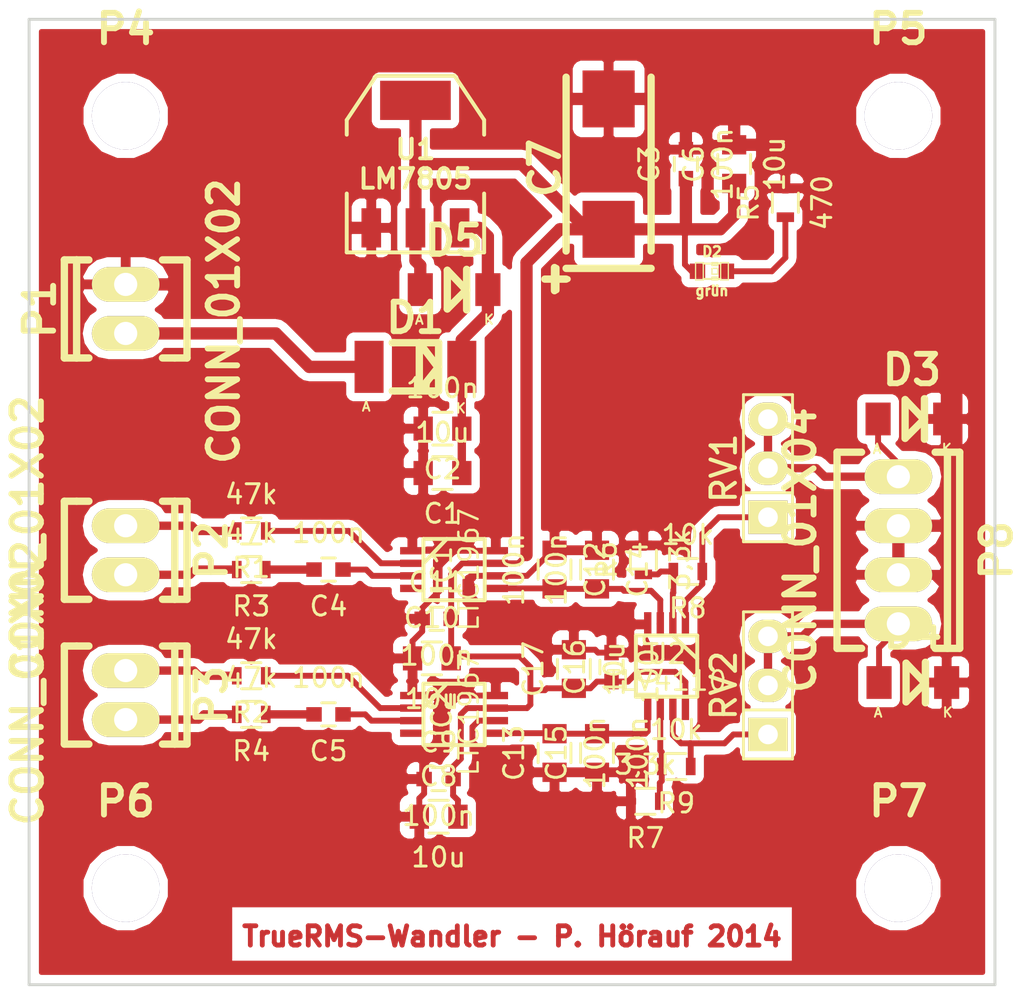
<source format=kicad_pcb>
(kicad_pcb (version 4) (host pcbnew "(2014-08-05 BZR 5054)-product")

  (general
    (links 81)
    (no_connects 0)
    (area 104.924999 79.924999 155.075001 130.075001)
    (thickness 1.6)
    (drawings 5)
    (tracks 249)
    (zones 0)
    (modules 45)
    (nets 28)
  )

  (page A4)
  (layers
    (0 F.Cu signal)
    (31 B.Cu signal)
    (32 B.Adhes user)
    (33 F.Adhes user)
    (34 B.Paste user)
    (35 F.Paste user)
    (36 B.SilkS user)
    (37 F.SilkS user)
    (38 B.Mask user)
    (39 F.Mask user)
    (40 Dwgs.User user)
    (41 Cmts.User user)
    (42 Eco1.User user)
    (43 Eco2.User user)
    (44 Edge.Cuts user)
    (45 Margin user)
    (46 B.CrtYd user)
    (47 F.CrtYd user)
    (48 B.Fab user)
    (49 F.Fab user)
  )

  (setup
    (last_trace_width 0.3048)
    (user_trace_width 0.3048)
    (user_trace_width 0.4318)
    (user_trace_width 0.508)
    (user_trace_width 0.635)
    (trace_clearance 0.254)
    (zone_clearance 0.4318)
    (zone_45_only no)
    (trace_min 0.254)
    (segment_width 0.2)
    (edge_width 0.15)
    (via_size 0.889)
    (via_drill 0.635)
    (via_min_size 0.889)
    (via_min_drill 0.508)
    (uvia_size 0.508)
    (uvia_drill 0.127)
    (uvias_allowed no)
    (uvia_min_size 0.508)
    (uvia_min_drill 0.127)
    (pcb_text_width 0.3)
    (pcb_text_size 1 1)
    (mod_edge_width 0.15)
    (mod_text_size 1 1)
    (mod_text_width 0.15)
    (pad_size 1.016 2.032)
    (pad_drill 0)
    (pad_to_mask_clearance 0)
    (aux_axis_origin 0 0)
    (visible_elements FFFEF77F)
    (pcbplotparams
      (layerselection 0x00000_00000001)
      (usegerberextensions false)
      (excludeedgelayer true)
      (linewidth 0.100000)
      (plotframeref false)
      (viasonmask false)
      (mode 1)
      (useauxorigin false)
      (hpglpennumber 1)
      (hpglpenspeed 20)
      (hpglpendiameter 15)
      (hpglpenoverlay 2)
      (psnegative false)
      (psa4output false)
      (plotreference true)
      (plotvalue true)
      (plotinvisibletext false)
      (padsonsilk false)
      (subtractmaskfromsilk false)
      (outputformat 2)
      (mirror true)
      (drillshape 1)
      (scaleselection 1)
      (outputdirectory ""))
  )

  (net 0 "")
  (net 1 "Net-(C1-Pad1)")
  (net 2 GND)
  (net 3 +5V)
  (net 4 "Net-(C4-Pad1)")
  (net 5 "Net-(C4-Pad2)")
  (net 6 "Net-(C5-Pad1)")
  (net 7 "Net-(C5-Pad2)")
  (net 8 "Net-(C12-Pad2)")
  (net 9 "Net-(C13-Pad2)")
  (net 10 "Net-(D1-Pad1)")
  (net 11 "Net-(D2-Pad2)")
  (net 12 "Net-(D3-Pad1)")
  (net 13 "Net-(D4-Pad1)")
  (net 14 "Net-(IC1-Pad2)")
  (net 15 "Net-(IC2-Pad2)")
  (net 16 "Net-(P2-Pad1)")
  (net 17 "Net-(P2-Pad2)")
  (net 18 "Net-(P3-Pad1)")
  (net 19 "Net-(P3-Pad2)")
  (net 20 "Net-(P4-Pad1)")
  (net 21 "Net-(P5-Pad1)")
  (net 22 "Net-(P6-Pad1)")
  (net 23 "Net-(P7-Pad1)")
  (net 24 "Net-(R6-Pad1)")
  (net 25 "Net-(R7-Pad1)")
  (net 26 "Net-(R8-Pad1)")
  (net 27 "Net-(R9-Pad1)")

  (net_class Default "Dies ist die voreingestellte Netzklasse."
    (clearance 0.254)
    (trace_width 0.254)
    (via_dia 0.889)
    (via_drill 0.635)
    (uvia_dia 0.508)
    (uvia_drill 0.127)
    (add_net +5V)
    (add_net GND)
    (add_net "Net-(C1-Pad1)")
    (add_net "Net-(C12-Pad2)")
    (add_net "Net-(C13-Pad2)")
    (add_net "Net-(C4-Pad1)")
    (add_net "Net-(C4-Pad2)")
    (add_net "Net-(C5-Pad1)")
    (add_net "Net-(C5-Pad2)")
    (add_net "Net-(D1-Pad1)")
    (add_net "Net-(D2-Pad2)")
    (add_net "Net-(D3-Pad1)")
    (add_net "Net-(D4-Pad1)")
    (add_net "Net-(IC1-Pad2)")
    (add_net "Net-(IC2-Pad2)")
    (add_net "Net-(P2-Pad1)")
    (add_net "Net-(P2-Pad2)")
    (add_net "Net-(P3-Pad1)")
    (add_net "Net-(P3-Pad2)")
    (add_net "Net-(P4-Pad1)")
    (add_net "Net-(P5-Pad1)")
    (add_net "Net-(P6-Pad1)")
    (add_net "Net-(P7-Pad1)")
    (add_net "Net-(R6-Pad1)")
    (add_net "Net-(R7-Pad1)")
    (add_net "Net-(R8-Pad1)")
    (add_net "Net-(R9-Pad1)")
  )

  (module Capacitors_SMD:C_0805 (layer F.Cu) (tedit 5415D6EA) (tstamp 5438694F)
    (at 126.4 103.5 180)
    (descr "Capacitor SMD 0805, reflow soldering, AVX (see smccp.pdf)")
    (tags "capacitor 0805")
    (path /5438591A)
    (attr smd)
    (fp_text reference C1 (at 0 -2.1 180) (layer F.SilkS)
      (effects (font (size 1 1) (thickness 0.15)))
    )
    (fp_text value 10u (at 0 2.1 180) (layer F.SilkS)
      (effects (font (size 1 1) (thickness 0.15)))
    )
    (fp_line (start -1.8 -1) (end 1.8 -1) (layer F.CrtYd) (width 0.05))
    (fp_line (start -1.8 1) (end 1.8 1) (layer F.CrtYd) (width 0.05))
    (fp_line (start -1.8 -1) (end -1.8 1) (layer F.CrtYd) (width 0.05))
    (fp_line (start 1.8 -1) (end 1.8 1) (layer F.CrtYd) (width 0.05))
    (fp_line (start 0.5 -0.85) (end -0.5 -0.85) (layer F.SilkS) (width 0.15))
    (fp_line (start -0.5 0.85) (end 0.5 0.85) (layer F.SilkS) (width 0.15))
    (pad 1 smd rect (at -1 0 180) (size 1 1.25) (layers F.Cu F.Paste F.Mask)
      (net 1 "Net-(C1-Pad1)"))
    (pad 2 smd rect (at 1 0 180) (size 1 1.25) (layers F.Cu F.Paste F.Mask)
      (net 2 GND))
    (model Capacitors_SMD/C_0805N.wrl
      (at (xyz 0 0 0))
      (scale (xyz 1 1 1))
      (rotate (xyz 0 0 0))
    )
  )

  (module Capacitors_SMD:C_0805 (layer F.Cu) (tedit 5415D6EA) (tstamp 5438695B)
    (at 126.4 101.2 180)
    (descr "Capacitor SMD 0805, reflow soldering, AVX (see smccp.pdf)")
    (tags "capacitor 0805")
    (path /54385839)
    (attr smd)
    (fp_text reference C2 (at 0 -2.1 180) (layer F.SilkS)
      (effects (font (size 1 1) (thickness 0.15)))
    )
    (fp_text value 100n (at 0 2.1 180) (layer F.SilkS)
      (effects (font (size 1 1) (thickness 0.15)))
    )
    (fp_line (start -1.8 -1) (end 1.8 -1) (layer F.CrtYd) (width 0.05))
    (fp_line (start -1.8 1) (end 1.8 1) (layer F.CrtYd) (width 0.05))
    (fp_line (start -1.8 -1) (end -1.8 1) (layer F.CrtYd) (width 0.05))
    (fp_line (start 1.8 -1) (end 1.8 1) (layer F.CrtYd) (width 0.05))
    (fp_line (start 0.5 -0.85) (end -0.5 -0.85) (layer F.SilkS) (width 0.15))
    (fp_line (start -0.5 0.85) (end 0.5 0.85) (layer F.SilkS) (width 0.15))
    (pad 1 smd rect (at -1 0 180) (size 1 1.25) (layers F.Cu F.Paste F.Mask)
      (net 1 "Net-(C1-Pad1)"))
    (pad 2 smd rect (at 1 0 180) (size 1 1.25) (layers F.Cu F.Paste F.Mask)
      (net 2 GND))
    (model Capacitors_SMD/C_0805N.wrl
      (at (xyz 0 0 0))
      (scale (xyz 1 1 1))
      (rotate (xyz 0 0 0))
    )
  )

  (module Capacitors_SMD:C_0603 (layer F.Cu) (tedit 5415D631) (tstamp 54386967)
    (at 139 87.5 90)
    (descr "Capacitor SMD 0603, reflow soldering, AVX (see smccp.pdf)")
    (tags "capacitor 0603")
    (path /543858A2)
    (attr smd)
    (fp_text reference C3 (at 0 -1.9 90) (layer F.SilkS)
      (effects (font (size 1 1) (thickness 0.15)))
    )
    (fp_text value 100n (at 0 1.9 90) (layer F.SilkS)
      (effects (font (size 1 1) (thickness 0.15)))
    )
    (fp_line (start -1.45 -0.75) (end 1.45 -0.75) (layer F.CrtYd) (width 0.05))
    (fp_line (start -1.45 0.75) (end 1.45 0.75) (layer F.CrtYd) (width 0.05))
    (fp_line (start -1.45 -0.75) (end -1.45 0.75) (layer F.CrtYd) (width 0.05))
    (fp_line (start 1.45 -0.75) (end 1.45 0.75) (layer F.CrtYd) (width 0.05))
    (fp_line (start -0.35 -0.6) (end 0.35 -0.6) (layer F.SilkS) (width 0.15))
    (fp_line (start 0.35 0.6) (end -0.35 0.6) (layer F.SilkS) (width 0.15))
    (pad 1 smd rect (at -0.75 0 90) (size 0.8 0.75) (layers F.Cu F.Paste F.Mask)
      (net 3 +5V))
    (pad 2 smd rect (at 0.75 0 90) (size 0.8 0.75) (layers F.Cu F.Paste F.Mask)
      (net 2 GND))
    (model Capacitors_SMD/C_0603J.wrl
      (at (xyz 0 0 0))
      (scale (xyz 1 1 1))
      (rotate (xyz 0 0 0))
    )
  )

  (module Capacitors_SMD:C_0603 (layer F.Cu) (tedit 5415D631) (tstamp 54386973)
    (at 120.5 108.5 180)
    (descr "Capacitor SMD 0603, reflow soldering, AVX (see smccp.pdf)")
    (tags "capacitor 0603")
    (path /5438627F)
    (attr smd)
    (fp_text reference C4 (at 0 -1.9 180) (layer F.SilkS)
      (effects (font (size 1 1) (thickness 0.15)))
    )
    (fp_text value 100n (at 0 1.9 180) (layer F.SilkS)
      (effects (font (size 1 1) (thickness 0.15)))
    )
    (fp_line (start -1.45 -0.75) (end 1.45 -0.75) (layer F.CrtYd) (width 0.05))
    (fp_line (start -1.45 0.75) (end 1.45 0.75) (layer F.CrtYd) (width 0.05))
    (fp_line (start -1.45 -0.75) (end -1.45 0.75) (layer F.CrtYd) (width 0.05))
    (fp_line (start 1.45 -0.75) (end 1.45 0.75) (layer F.CrtYd) (width 0.05))
    (fp_line (start -0.35 -0.6) (end 0.35 -0.6) (layer F.SilkS) (width 0.15))
    (fp_line (start 0.35 0.6) (end -0.35 0.6) (layer F.SilkS) (width 0.15))
    (pad 1 smd rect (at -0.75 0 180) (size 0.8 0.75) (layers F.Cu F.Paste F.Mask)
      (net 4 "Net-(C4-Pad1)"))
    (pad 2 smd rect (at 0.75 0 180) (size 0.8 0.75) (layers F.Cu F.Paste F.Mask)
      (net 5 "Net-(C4-Pad2)"))
    (model Capacitors_SMD/C_0603J.wrl
      (at (xyz 0 0 0))
      (scale (xyz 1 1 1))
      (rotate (xyz 0 0 0))
    )
  )

  (module Capacitors_SMD:C_0603 (layer F.Cu) (tedit 5415D631) (tstamp 5438697F)
    (at 120.5 116 180)
    (descr "Capacitor SMD 0603, reflow soldering, AVX (see smccp.pdf)")
    (tags "capacitor 0603")
    (path /54387ABC)
    (attr smd)
    (fp_text reference C5 (at 0 -1.9 180) (layer F.SilkS)
      (effects (font (size 1 1) (thickness 0.15)))
    )
    (fp_text value 100n (at 0 1.9 180) (layer F.SilkS)
      (effects (font (size 1 1) (thickness 0.15)))
    )
    (fp_line (start -1.45 -0.75) (end 1.45 -0.75) (layer F.CrtYd) (width 0.05))
    (fp_line (start -1.45 0.75) (end 1.45 0.75) (layer F.CrtYd) (width 0.05))
    (fp_line (start -1.45 -0.75) (end -1.45 0.75) (layer F.CrtYd) (width 0.05))
    (fp_line (start 1.45 -0.75) (end 1.45 0.75) (layer F.CrtYd) (width 0.05))
    (fp_line (start -0.35 -0.6) (end 0.35 -0.6) (layer F.SilkS) (width 0.15))
    (fp_line (start 0.35 0.6) (end -0.35 0.6) (layer F.SilkS) (width 0.15))
    (pad 1 smd rect (at -0.75 0 180) (size 0.8 0.75) (layers F.Cu F.Paste F.Mask)
      (net 6 "Net-(C5-Pad1)"))
    (pad 2 smd rect (at 0.75 0 180) (size 0.8 0.75) (layers F.Cu F.Paste F.Mask)
      (net 7 "Net-(C5-Pad2)"))
    (model Capacitors_SMD/C_0603J.wrl
      (at (xyz 0 0 0))
      (scale (xyz 1 1 1))
      (rotate (xyz 0 0 0))
    )
  )

  (module Capacitors_SMD:C_0805 (layer F.Cu) (tedit 5415D6EA) (tstamp 5438698B)
    (at 141.5 87.5 90)
    (descr "Capacitor SMD 0805, reflow soldering, AVX (see smccp.pdf)")
    (tags "capacitor 0805")
    (path /543858EC)
    (attr smd)
    (fp_text reference C6 (at 0 -2.1 90) (layer F.SilkS)
      (effects (font (size 1 1) (thickness 0.15)))
    )
    (fp_text value 10u (at 0 2.1 90) (layer F.SilkS)
      (effects (font (size 1 1) (thickness 0.15)))
    )
    (fp_line (start -1.8 -1) (end 1.8 -1) (layer F.CrtYd) (width 0.05))
    (fp_line (start -1.8 1) (end 1.8 1) (layer F.CrtYd) (width 0.05))
    (fp_line (start -1.8 -1) (end -1.8 1) (layer F.CrtYd) (width 0.05))
    (fp_line (start 1.8 -1) (end 1.8 1) (layer F.CrtYd) (width 0.05))
    (fp_line (start 0.5 -0.85) (end -0.5 -0.85) (layer F.SilkS) (width 0.15))
    (fp_line (start -0.5 0.85) (end 0.5 0.85) (layer F.SilkS) (width 0.15))
    (pad 1 smd rect (at -1 0 90) (size 1 1.25) (layers F.Cu F.Paste F.Mask)
      (net 3 +5V))
    (pad 2 smd rect (at 1 0 90) (size 1 1.25) (layers F.Cu F.Paste F.Mask)
      (net 2 GND))
    (model Capacitors_SMD/C_0805N.wrl
      (at (xyz 0 0 0))
      (scale (xyz 1 1 1))
      (rotate (xyz 0 0 0))
    )
  )

  (module Capacitors_Tantalum_SMD:TantalC_SizeD_EIA-7343_Wave (layer F.Cu) (tedit 5438681C) (tstamp 54386997)
    (at 135 87.5 90)
    (descr "Tantal Cap. , Size D, EIA-7343, Wave,")
    (tags "Tantal Cap. , Size D, EIA-7343, Wave,")
    (path /54385A22)
    (attr smd)
    (fp_text reference C7 (at -0.20066 -3.29946 90) (layer F.SilkS)
      (effects (font (thickness 0.3048)))
    )
    (fp_text value 47u (at -0.09906 3.59918 90) (layer F.SilkS) hide
      (effects (font (thickness 0.3048)))
    )
    (fp_line (start -5.40004 -2.19964) (end -5.40004 2.19964) (layer F.SilkS) (width 0.381))
    (fp_line (start -4.50088 2.19964) (end 4.50088 2.19964) (layer F.SilkS) (width 0.381))
    (fp_line (start 4.50088 -2.19964) (end -4.50088 -2.19964) (layer F.SilkS) (width 0.381))
    (fp_text user + (at -5.95376 -2.79908 90) (layer F.SilkS)
      (effects (font (thickness 0.3048)))
    )
    (fp_line (start -5.9563 -3.302) (end -5.9563 -2.20218) (layer F.SilkS) (width 0.381))
    (fp_line (start -6.55574 -2.80162) (end -5.35686 -2.80162) (layer F.SilkS) (width 0.381))
    (pad 2 smd rect (at 3.37566 0 90) (size 2.94894 2.70002) (layers F.Cu F.Paste F.Mask)
      (net 2 GND))
    (pad 1 smd rect (at -3.37566 0 90) (size 2.94894 2.70002) (layers F.Cu F.Paste F.Mask)
      (net 3 +5V))
  )

  (module Capacitors_SMD:C_0805 (layer F.Cu) (tedit 5415D6EA) (tstamp 543869A3)
    (at 126.2 121.3)
    (descr "Capacitor SMD 0805, reflow soldering, AVX (see smccp.pdf)")
    (tags "capacitor 0805")
    (path /54385D35)
    (attr smd)
    (fp_text reference C8 (at 0 -2.1) (layer F.SilkS)
      (effects (font (size 1 1) (thickness 0.15)))
    )
    (fp_text value 10u (at 0 2.1) (layer F.SilkS)
      (effects (font (size 1 1) (thickness 0.15)))
    )
    (fp_line (start -1.8 -1) (end 1.8 -1) (layer F.CrtYd) (width 0.05))
    (fp_line (start -1.8 1) (end 1.8 1) (layer F.CrtYd) (width 0.05))
    (fp_line (start -1.8 -1) (end -1.8 1) (layer F.CrtYd) (width 0.05))
    (fp_line (start 1.8 -1) (end 1.8 1) (layer F.CrtYd) (width 0.05))
    (fp_line (start 0.5 -0.85) (end -0.5 -0.85) (layer F.SilkS) (width 0.15))
    (fp_line (start -0.5 0.85) (end 0.5 0.85) (layer F.SilkS) (width 0.15))
    (pad 1 smd rect (at -1 0) (size 1 1.25) (layers F.Cu F.Paste F.Mask)
      (net 2 GND))
    (pad 2 smd rect (at 1 0) (size 1 1.25) (layers F.Cu F.Paste F.Mask)
      (net 3 +5V))
    (model Capacitors_SMD/C_0805N.wrl
      (at (xyz 0 0 0))
      (scale (xyz 1 1 1))
      (rotate (xyz 0 0 0))
    )
  )

  (module Capacitors_SMD:C_0603 (layer F.Cu) (tedit 5415D631) (tstamp 543869AF)
    (at 126.2 119.35)
    (descr "Capacitor SMD 0603, reflow soldering, AVX (see smccp.pdf)")
    (tags "capacitor 0603")
    (path /54385C8D)
    (attr smd)
    (fp_text reference C9 (at 0 -1.9) (layer F.SilkS)
      (effects (font (size 1 1) (thickness 0.15)))
    )
    (fp_text value 100n (at 0 1.9) (layer F.SilkS)
      (effects (font (size 1 1) (thickness 0.15)))
    )
    (fp_line (start -1.45 -0.75) (end 1.45 -0.75) (layer F.CrtYd) (width 0.05))
    (fp_line (start -1.45 0.75) (end 1.45 0.75) (layer F.CrtYd) (width 0.05))
    (fp_line (start -1.45 -0.75) (end -1.45 0.75) (layer F.CrtYd) (width 0.05))
    (fp_line (start 1.45 -0.75) (end 1.45 0.75) (layer F.CrtYd) (width 0.05))
    (fp_line (start -0.35 -0.6) (end 0.35 -0.6) (layer F.SilkS) (width 0.15))
    (fp_line (start 0.35 0.6) (end -0.35 0.6) (layer F.SilkS) (width 0.15))
    (pad 1 smd rect (at -0.75 0) (size 0.8 0.75) (layers F.Cu F.Paste F.Mask)
      (net 2 GND))
    (pad 2 smd rect (at 0.75 0) (size 0.8 0.75) (layers F.Cu F.Paste F.Mask)
      (net 3 +5V))
    (model Capacitors_SMD/C_0603J.wrl
      (at (xyz 0 0 0))
      (scale (xyz 1 1 1))
      (rotate (xyz 0 0 0))
    )
  )

  (module Capacitors_SMD:C_0805 (layer F.Cu) (tedit 5415D6EA) (tstamp 543869BB)
    (at 125.85 113.1)
    (descr "Capacitor SMD 0805, reflow soldering, AVX (see smccp.pdf)")
    (tags "capacitor 0805")
    (path /54387A86)
    (attr smd)
    (fp_text reference C10 (at 0 -2.1) (layer F.SilkS)
      (effects (font (size 1 1) (thickness 0.15)))
    )
    (fp_text value 10u (at 0 2.1) (layer F.SilkS)
      (effects (font (size 1 1) (thickness 0.15)))
    )
    (fp_line (start -1.8 -1) (end 1.8 -1) (layer F.CrtYd) (width 0.05))
    (fp_line (start -1.8 1) (end 1.8 1) (layer F.CrtYd) (width 0.05))
    (fp_line (start -1.8 -1) (end -1.8 1) (layer F.CrtYd) (width 0.05))
    (fp_line (start 1.8 -1) (end 1.8 1) (layer F.CrtYd) (width 0.05))
    (fp_line (start 0.5 -0.85) (end -0.5 -0.85) (layer F.SilkS) (width 0.15))
    (fp_line (start -0.5 0.85) (end 0.5 0.85) (layer F.SilkS) (width 0.15))
    (pad 1 smd rect (at -1 0) (size 1 1.25) (layers F.Cu F.Paste F.Mask)
      (net 2 GND))
    (pad 2 smd rect (at 1 0) (size 1 1.25) (layers F.Cu F.Paste F.Mask)
      (net 3 +5V))
    (model Capacitors_SMD/C_0805N.wrl
      (at (xyz 0 0 0))
      (scale (xyz 1 1 1))
      (rotate (xyz 0 0 0))
    )
  )

  (module Capacitors_SMD:C_0603 (layer F.Cu) (tedit 5415D631) (tstamp 543869C7)
    (at 126.1 111.05)
    (descr "Capacitor SMD 0603, reflow soldering, AVX (see smccp.pdf)")
    (tags "capacitor 0603")
    (path /54387A80)
    (attr smd)
    (fp_text reference C11 (at 0 -1.9) (layer F.SilkS)
      (effects (font (size 1 1) (thickness 0.15)))
    )
    (fp_text value 100n (at 0 1.9) (layer F.SilkS)
      (effects (font (size 1 1) (thickness 0.15)))
    )
    (fp_line (start -1.45 -0.75) (end 1.45 -0.75) (layer F.CrtYd) (width 0.05))
    (fp_line (start -1.45 0.75) (end 1.45 0.75) (layer F.CrtYd) (width 0.05))
    (fp_line (start -1.45 -0.75) (end -1.45 0.75) (layer F.CrtYd) (width 0.05))
    (fp_line (start 1.45 -0.75) (end 1.45 0.75) (layer F.CrtYd) (width 0.05))
    (fp_line (start -0.35 -0.6) (end 0.35 -0.6) (layer F.SilkS) (width 0.15))
    (fp_line (start 0.35 0.6) (end -0.35 0.6) (layer F.SilkS) (width 0.15))
    (pad 1 smd rect (at -0.75 0) (size 0.8 0.75) (layers F.Cu F.Paste F.Mask)
      (net 2 GND))
    (pad 2 smd rect (at 0.75 0) (size 0.8 0.75) (layers F.Cu F.Paste F.Mask)
      (net 3 +5V))
    (model Capacitors_SMD/C_0603J.wrl
      (at (xyz 0 0 0))
      (scale (xyz 1 1 1))
      (rotate (xyz 0 0 0))
    )
  )

  (module Capacitors_SMD:C_0603 (layer F.Cu) (tedit 5415D631) (tstamp 54386A03)
    (at 135.15 113.55 90)
    (descr "Capacitor SMD 0603, reflow soldering, AVX (see smccp.pdf)")
    (tags "capacitor 0603")
    (path /54386940)
    (attr smd)
    (fp_text reference C16 (at 0 -1.9 90) (layer F.SilkS)
      (effects (font (size 1 1) (thickness 0.15)))
    )
    (fp_text value 100n (at 0 1.9 90) (layer F.SilkS)
      (effects (font (size 1 1) (thickness 0.15)))
    )
    (fp_line (start -1.45 -0.75) (end 1.45 -0.75) (layer F.CrtYd) (width 0.05))
    (fp_line (start -1.45 0.75) (end 1.45 0.75) (layer F.CrtYd) (width 0.05))
    (fp_line (start -1.45 -0.75) (end -1.45 0.75) (layer F.CrtYd) (width 0.05))
    (fp_line (start 1.45 -0.75) (end 1.45 0.75) (layer F.CrtYd) (width 0.05))
    (fp_line (start -0.35 -0.6) (end 0.35 -0.6) (layer F.SilkS) (width 0.15))
    (fp_line (start 0.35 0.6) (end -0.35 0.6) (layer F.SilkS) (width 0.15))
    (pad 1 smd rect (at -0.75 0 90) (size 0.8 0.75) (layers F.Cu F.Paste F.Mask)
      (net 3 +5V))
    (pad 2 smd rect (at 0.75 0 90) (size 0.8 0.75) (layers F.Cu F.Paste F.Mask)
      (net 2 GND))
    (model Capacitors_SMD/C_0603J.wrl
      (at (xyz 0 0 0))
      (scale (xyz 1 1 1))
      (rotate (xyz 0 0 0))
    )
  )

  (module Capacitors_SMD:C_0805 (layer F.Cu) (tedit 5415D6EA) (tstamp 54386A0F)
    (at 133.2 113.65 90)
    (descr "Capacitor SMD 0805, reflow soldering, AVX (see smccp.pdf)")
    (tags "capacitor 0805")
    (path /54386A44)
    (attr smd)
    (fp_text reference C17 (at 0 -2.1 90) (layer F.SilkS)
      (effects (font (size 1 1) (thickness 0.15)))
    )
    (fp_text value 10u (at 0 2.1 90) (layer F.SilkS)
      (effects (font (size 1 1) (thickness 0.15)))
    )
    (fp_line (start -1.8 -1) (end 1.8 -1) (layer F.CrtYd) (width 0.05))
    (fp_line (start -1.8 1) (end 1.8 1) (layer F.CrtYd) (width 0.05))
    (fp_line (start -1.8 -1) (end -1.8 1) (layer F.CrtYd) (width 0.05))
    (fp_line (start 1.8 -1) (end 1.8 1) (layer F.CrtYd) (width 0.05))
    (fp_line (start 0.5 -0.85) (end -0.5 -0.85) (layer F.SilkS) (width 0.15))
    (fp_line (start -0.5 0.85) (end 0.5 0.85) (layer F.SilkS) (width 0.15))
    (pad 1 smd rect (at -1 0 90) (size 1 1.25) (layers F.Cu F.Paste F.Mask)
      (net 3 +5V))
    (pad 2 smd rect (at 1 0 90) (size 1 1.25) (layers F.Cu F.Paste F.Mask)
      (net 2 GND))
    (model Capacitors_SMD/C_0805N.wrl
      (at (xyz 0 0 0))
      (scale (xyz 1 1 1))
      (rotate (xyz 0 0 0))
    )
  )

  (module Diodes_SMD:Diode-MELF_Standard (layer F.Cu) (tedit 5438681C) (tstamp 54386A22)
    (at 125 98)
    (descr "Diode, MELF, Standard,")
    (tags "Diode, MELF, Standard,")
    (path /54385A68)
    (attr smd)
    (fp_text reference D1 (at 0 -2.54) (layer F.SilkS)
      (effects (font (thickness 0.3048)))
    )
    (fp_text value 1n4001 (at 0 3.81) (layer F.SilkS) hide
      (effects (font (thickness 0.3048)))
    )
    (fp_line (start 1.15062 0) (end 0.20066 -1.24968) (layer F.SilkS) (width 0.381))
    (fp_line (start 0.20066 -1.24968) (end 0.20066 1.24968) (layer F.SilkS) (width 0.381))
    (fp_line (start 0.20066 1.24968) (end 1.19888 0) (layer F.SilkS) (width 0.381))
    (fp_line (start 1.19888 -1.24968) (end 1.19888 1.24968) (layer F.SilkS) (width 0.381))
    (fp_text user A (at -2.55016 2.04978) (layer F.SilkS)
      (effects (font (size 0.50038 0.50038) (thickness 0.09906)))
    )
    (fp_text user K (at 2.3495 2.14884) (layer F.SilkS)
      (effects (font (size 0.50038 0.50038) (thickness 0.09906)))
    )
    (fp_circle (center 0 0) (end 0.8001 0.29972) (layer F.Adhes) (width 0.381))
    (fp_circle (center 0 0) (end 0 0.55118) (layer F.Adhes) (width 0.381))
    (fp_circle (center 0 0) (end 0 0.20066) (layer F.Adhes) (width 0.381))
    (fp_line (start -1.09982 -1.24968) (end -1.19888 -1.24968) (layer F.SilkS) (width 0.381))
    (fp_line (start -1.09982 1.24968) (end -1.19888 1.24968) (layer F.SilkS) (width 0.381))
    (fp_line (start 1.19888 -1.24968) (end -1.15062 -1.24968) (layer F.SilkS) (width 0.381))
    (fp_line (start 1.19888 1.24968) (end -1.04902 1.24968) (layer F.SilkS) (width 0.381))
    (pad 1 smd rect (at -2.4003 0) (size 1.50114 2.70002) (layers F.Cu F.Paste F.Mask)
      (net 10 "Net-(D1-Pad1)"))
    (pad 2 smd rect (at 2.4003 0) (size 1.50114 2.70002) (layers F.Cu F.Paste F.Mask)
      (net 1 "Net-(C1-Pad1)"))
    (model MELF_Faktor03937_RevA_06Sep2012.wrl
      (at (xyz 0 0 0))
      (scale (xyz 0.3937000036239624 0.3937000036239624 0.3937000036239624))
      (rotate (xyz 0 0 0))
    )
  )

  (module LEDs:LED-0603 (layer F.Cu) (tedit 5438681B) (tstamp 54386A3E)
    (at 140.35 93.05)
    (descr "LED 0603 smd package")
    (tags "LED led 0603 SMD smd SMT smt smdled SMDLED smtled SMTLED")
    (path /54388F53)
    (attr smd)
    (fp_text reference D2 (at 0 -1.016) (layer F.SilkS)
      (effects (font (size 0.508 0.508) (thickness 0.127)))
    )
    (fp_text value grün (at 0 1.016) (layer F.SilkS)
      (effects (font (size 0.508 0.508) (thickness 0.127)))
    )
    (fp_line (start 0.44958 -0.44958) (end 0.44958 0.44958) (layer F.SilkS) (width 0.06604))
    (fp_line (start 0.44958 0.44958) (end 0.84836 0.44958) (layer F.SilkS) (width 0.06604))
    (fp_line (start 0.84836 -0.44958) (end 0.84836 0.44958) (layer F.SilkS) (width 0.06604))
    (fp_line (start 0.44958 -0.44958) (end 0.84836 -0.44958) (layer F.SilkS) (width 0.06604))
    (fp_line (start -0.84836 -0.44958) (end -0.84836 0.44958) (layer F.SilkS) (width 0.06604))
    (fp_line (start -0.84836 0.44958) (end -0.44958 0.44958) (layer F.SilkS) (width 0.06604))
    (fp_line (start -0.44958 -0.44958) (end -0.44958 0.44958) (layer F.SilkS) (width 0.06604))
    (fp_line (start -0.84836 -0.44958) (end -0.44958 -0.44958) (layer F.SilkS) (width 0.06604))
    (fp_line (start 0 -0.44958) (end 0 -0.29972) (layer F.SilkS) (width 0.06604))
    (fp_line (start 0 -0.29972) (end 0.29972 -0.29972) (layer F.SilkS) (width 0.06604))
    (fp_line (start 0.29972 -0.44958) (end 0.29972 -0.29972) (layer F.SilkS) (width 0.06604))
    (fp_line (start 0 -0.44958) (end 0.29972 -0.44958) (layer F.SilkS) (width 0.06604))
    (fp_line (start 0 0.29972) (end 0 0.44958) (layer F.SilkS) (width 0.06604))
    (fp_line (start 0 0.44958) (end 0.29972 0.44958) (layer F.SilkS) (width 0.06604))
    (fp_line (start 0.29972 0.29972) (end 0.29972 0.44958) (layer F.SilkS) (width 0.06604))
    (fp_line (start 0 0.29972) (end 0.29972 0.29972) (layer F.SilkS) (width 0.06604))
    (fp_line (start 0 -0.14986) (end 0 0.14986) (layer F.SilkS) (width 0.06604))
    (fp_line (start 0 0.14986) (end 0.29972 0.14986) (layer F.SilkS) (width 0.06604))
    (fp_line (start 0.29972 -0.14986) (end 0.29972 0.14986) (layer F.SilkS) (width 0.06604))
    (fp_line (start 0 -0.14986) (end 0.29972 -0.14986) (layer F.SilkS) (width 0.06604))
    (fp_line (start 0.44958 -0.39878) (end -0.44958 -0.39878) (layer F.SilkS) (width 0.1016))
    (fp_line (start 0.44958 0.39878) (end -0.44958 0.39878) (layer F.SilkS) (width 0.1016))
    (pad 1 smd rect (at -0.7493 0) (size 0.79756 0.79756) (layers F.Cu F.Paste F.Mask)
      (net 3 +5V))
    (pad 2 smd rect (at 0.7493 0) (size 0.79756 0.79756) (layers F.Cu F.Paste F.Mask)
      (net 11 "Net-(D2-Pad2)"))
  )

  (module Diodes_SMD:Diode-MiniMELF_Standard (layer F.Cu) (tedit 5438681C) (tstamp 54386A4C)
    (at 150.7 100.7)
    (descr "Diode Mini-MELF Standard")
    (tags "Diode Mini-MELF Standard")
    (path /54388322)
    (attr smd)
    (fp_text reference D3 (at 0 -2.54) (layer F.SilkS)
      (effects (font (thickness 0.3048)))
    )
    (fp_text value 1n4148 (at 0 3.81) (layer F.SilkS) hide
      (effects (font (thickness 0.3048)))
    )
    (fp_line (start 0.65024 0.0508) (end -0.35052 -1.00076) (layer F.SilkS) (width 0.381))
    (fp_line (start -0.35052 -1.00076) (end -0.35052 1.00076) (layer F.SilkS) (width 0.381))
    (fp_line (start -0.35052 1.00076) (end 0.65024 0) (layer F.SilkS) (width 0.381))
    (fp_line (start 0.65024 -1.04902) (end 0.65024 1.04902) (layer F.SilkS) (width 0.381))
    (fp_text user A (at -1.80086 1.5494) (layer F.SilkS)
      (effects (font (size 0.50038 0.50038) (thickness 0.09906)))
    )
    (fp_text user K (at 1.80086 1.5494) (layer F.SilkS)
      (effects (font (size 0.50038 0.50038) (thickness 0.09906)))
    )
    (fp_circle (center 0 0) (end 0 0.55118) (layer F.Adhes) (width 0.381))
    (fp_circle (center 0 0) (end 0 0.20066) (layer F.Adhes) (width 0.381))
    (pad 1 smd rect (at -1.75006 0) (size 1.30048 1.69926) (layers F.Cu F.Paste F.Mask)
      (net 12 "Net-(D3-Pad1)"))
    (pad 2 smd rect (at 1.75006 0) (size 1.30048 1.69926) (layers F.Cu F.Paste F.Mask)
      (net 2 GND))
    (model MiniMELF_DO213AA_Faktor03937_RevA_06Sep2012.wrl
      (at (xyz 0 0 0))
      (scale (xyz 0.3937000036239624 0.3937000036239624 0.3937000036239624))
      (rotate (xyz 0 0 0))
    )
  )

  (module Diodes_SMD:Diode-MiniMELF_Standard (layer F.Cu) (tedit 5438681C) (tstamp 54386A5A)
    (at 150.75 114.35)
    (descr "Diode Mini-MELF Standard")
    (tags "Diode Mini-MELF Standard")
    (path /543883D3)
    (attr smd)
    (fp_text reference D4 (at 0 -2.54) (layer F.SilkS)
      (effects (font (thickness 0.3048)))
    )
    (fp_text value 1n4148 (at 0 3.81) (layer F.SilkS) hide
      (effects (font (thickness 0.3048)))
    )
    (fp_line (start 0.65024 0.0508) (end -0.35052 -1.00076) (layer F.SilkS) (width 0.381))
    (fp_line (start -0.35052 -1.00076) (end -0.35052 1.00076) (layer F.SilkS) (width 0.381))
    (fp_line (start -0.35052 1.00076) (end 0.65024 0) (layer F.SilkS) (width 0.381))
    (fp_line (start 0.65024 -1.04902) (end 0.65024 1.04902) (layer F.SilkS) (width 0.381))
    (fp_text user A (at -1.80086 1.5494) (layer F.SilkS)
      (effects (font (size 0.50038 0.50038) (thickness 0.09906)))
    )
    (fp_text user K (at 1.80086 1.5494) (layer F.SilkS)
      (effects (font (size 0.50038 0.50038) (thickness 0.09906)))
    )
    (fp_circle (center 0 0) (end 0 0.55118) (layer F.Adhes) (width 0.381))
    (fp_circle (center 0 0) (end 0 0.20066) (layer F.Adhes) (width 0.381))
    (pad 1 smd rect (at -1.75006 0) (size 1.30048 1.69926) (layers F.Cu F.Paste F.Mask)
      (net 13 "Net-(D4-Pad1)"))
    (pad 2 smd rect (at 1.75006 0) (size 1.30048 1.69926) (layers F.Cu F.Paste F.Mask)
      (net 2 GND))
    (model MiniMELF_DO213AA_Faktor03937_RevA_06Sep2012.wrl
      (at (xyz 0 0 0))
      (scale (xyz 0.3937000036239624 0.3937000036239624 0.3937000036239624))
      (rotate (xyz 0 0 0))
    )
  )

  (module SMD_Packages:MSOP-8 (layer F.Cu) (tedit 54386818) (tstamp 54386A6B)
    (at 127 108.5 270)
    (path /5438572D)
    (fp_text reference IC1 (at 0 0.635 270) (layer F.SilkS)
      (effects (font (size 1.00076 1.00076) (thickness 0.1524)))
    )
    (fp_text value LTC1967 (at 0 -0.762 270) (layer F.SilkS)
      (effects (font (size 1.00076 1.00076) (thickness 0.127)))
    )
    (fp_line (start -0.3175 1.5875) (end -1.5875 0.381) (layer F.SilkS) (width 0.2032))
    (fp_line (start -1.5875 1.5875) (end 1.5875 1.5875) (layer F.SilkS) (width 0.2032))
    (fp_line (start 1.5875 1.5875) (end 1.5875 -1.5875) (layer F.SilkS) (width 0.2032))
    (fp_line (start 1.5875 -1.5875) (end -1.5875 -1.5875) (layer F.SilkS) (width 0.2032))
    (fp_line (start -1.5875 -1.5875) (end -1.5875 1.5875) (layer F.SilkS) (width 0.2032))
    (pad 1 smd rect (at -0.97536 2.159 270) (size 0.381 1.27) (layers F.Cu F.Paste F.Mask)
      (net 2 GND))
    (pad 2 smd rect (at -0.32512 2.159 270) (size 0.381 1.27) (layers F.Cu F.Paste F.Mask)
      (net 14 "Net-(IC1-Pad2)"))
    (pad 3 smd rect (at 0.32512 2.159 270) (size 0.381 1.27) (layers F.Cu F.Paste F.Mask)
      (net 4 "Net-(C4-Pad1)"))
    (pad 4 smd rect (at 0.97536 2.159 270) (size 0.381 1.27) (layers F.Cu F.Paste F.Mask))
    (pad 5 smd rect (at 0.97536 -2.159 270) (size 0.381 1.27) (layers F.Cu F.Paste F.Mask)
      (net 8 "Net-(C12-Pad2)"))
    (pad 6 smd rect (at 0.32512 -2.159 270) (size 0.381 1.27) (layers F.Cu F.Paste F.Mask)
      (net 2 GND))
    (pad 7 smd rect (at -0.32512 -2.159 270) (size 0.381 1.27) (layers F.Cu F.Paste F.Mask)
      (net 3 +5V))
    (pad 8 smd rect (at -0.97536 -2.159 270) (size 0.381 1.27) (layers F.Cu F.Paste F.Mask)
      (net 2 GND))
    (model smd/MSOP_8.wrl
      (at (xyz 0 0 0.001000000047497451))
      (scale (xyz 0.3937000036239624 0.3937000036239624 0.3937000036239624))
      (rotate (xyz 0 0 0))
    )
  )

  (module SMD_Packages:MSOP-8 (layer F.Cu) (tedit 54386818) (tstamp 54386A7C)
    (at 127 116 270)
    (path /54387A7A)
    (fp_text reference IC2 (at 0 0.635 270) (layer F.SilkS)
      (effects (font (size 1.00076 1.00076) (thickness 0.1524)))
    )
    (fp_text value LTC1967 (at 0 -0.762 270) (layer F.SilkS)
      (effects (font (size 1.00076 1.00076) (thickness 0.127)))
    )
    (fp_line (start -0.3175 1.5875) (end -1.5875 0.381) (layer F.SilkS) (width 0.2032))
    (fp_line (start -1.5875 1.5875) (end 1.5875 1.5875) (layer F.SilkS) (width 0.2032))
    (fp_line (start 1.5875 1.5875) (end 1.5875 -1.5875) (layer F.SilkS) (width 0.2032))
    (fp_line (start 1.5875 -1.5875) (end -1.5875 -1.5875) (layer F.SilkS) (width 0.2032))
    (fp_line (start -1.5875 -1.5875) (end -1.5875 1.5875) (layer F.SilkS) (width 0.2032))
    (pad 1 smd rect (at -0.97536 2.159 270) (size 0.381 1.27) (layers F.Cu F.Paste F.Mask)
      (net 2 GND))
    (pad 2 smd rect (at -0.32512 2.159 270) (size 0.381 1.27) (layers F.Cu F.Paste F.Mask)
      (net 15 "Net-(IC2-Pad2)"))
    (pad 3 smd rect (at 0.32512 2.159 270) (size 0.381 1.27) (layers F.Cu F.Paste F.Mask)
      (net 6 "Net-(C5-Pad1)"))
    (pad 4 smd rect (at 0.97536 2.159 270) (size 0.381 1.27) (layers F.Cu F.Paste F.Mask))
    (pad 5 smd rect (at 0.97536 -2.159 270) (size 0.381 1.27) (layers F.Cu F.Paste F.Mask)
      (net 9 "Net-(C13-Pad2)"))
    (pad 6 smd rect (at 0.32512 -2.159 270) (size 0.381 1.27) (layers F.Cu F.Paste F.Mask)
      (net 2 GND))
    (pad 7 smd rect (at -0.32512 -2.159 270) (size 0.381 1.27) (layers F.Cu F.Paste F.Mask)
      (net 3 +5V))
    (pad 8 smd rect (at -0.97536 -2.159 270) (size 0.381 1.27) (layers F.Cu F.Paste F.Mask)
      (net 2 GND))
    (model smd/MSOP_8.wrl
      (at (xyz 0 0 0.001000000047497451))
      (scale (xyz 0.3937000036239624 0.3937000036239624 0.3937000036239624))
      (rotate (xyz 0 0 0))
    )
  )

  (module Sockets_MOLEX_KK-System:Socket_MOLEX-KK-RM2-54mm_Lock_2pin_straight (layer F.Cu) (tedit 54386817) (tstamp 54386A8C)
    (at 110 95 90)
    (descr "Socket, MOLEX, KK, RM 2.54mm, Lock, 2pin, straight,")
    (tags "Socket, MOLEX, KK, RM 2.54mm, Lock, 2pin, straight,")
    (path /54385ACE)
    (fp_text reference P1 (at 0 -4.445 90) (layer F.SilkS)
      (effects (font (thickness 0.3048)))
    )
    (fp_text value CONN_01X02 (at -0.635 5.08 90) (layer F.SilkS)
      (effects (font (thickness 0.3048)))
    )
    (fp_line (start -2.54 -2.54) (end 2.54 -2.54) (layer F.SilkS) (width 0.381))
    (fp_line (start 2.54 3.175) (end 2.54 1.905) (layer F.SilkS) (width 0.381))
    (fp_line (start 2.54 -2.54) (end 2.54 -1.905) (layer F.SilkS) (width 0.381))
    (fp_line (start -2.54 2.54) (end -2.54 1.905) (layer F.SilkS) (width 0.381))
    (fp_line (start -2.54 -2.54) (end -2.54 -1.905) (layer F.SilkS) (width 0.381))
    (fp_line (start -2.54 -2.54) (end -2.54 -3.175) (layer F.SilkS) (width 0.381))
    (fp_line (start -2.54 -3.175) (end 2.54 -3.175) (layer F.SilkS) (width 0.381))
    (fp_line (start 2.54 -3.175) (end 2.54 -2.54) (layer F.SilkS) (width 0.381))
    (fp_line (start 2.54 3.175) (end -2.54 3.175) (layer F.SilkS) (width 0.381))
    (fp_line (start -2.54 3.175) (end -2.54 2.54) (layer F.SilkS) (width 0.381))
    (pad 1 thru_hole oval (at -1.27 0 90) (size 1.80086 3.50012) (drill 1.19888) (layers *.Cu *.Mask F.SilkS)
      (net 10 "Net-(D1-Pad1)"))
    (pad 2 thru_hole oval (at 1.27 0 90) (size 1.80086 3.50012) (drill 1.19888) (layers *.Cu *.Mask F.SilkS)
      (net 2 GND))
  )

  (module Sockets_MOLEX_KK-System:Socket_MOLEX-KK-RM2-54mm_Lock_2pin_straight (layer F.Cu) (tedit 54386817) (tstamp 54386A9C)
    (at 110 107.5 270)
    (descr "Socket, MOLEX, KK, RM 2.54mm, Lock, 2pin, straight,")
    (tags "Socket, MOLEX, KK, RM 2.54mm, Lock, 2pin, straight,")
    (path /54385F0B)
    (fp_text reference P2 (at 0 -4.445 270) (layer F.SilkS)
      (effects (font (thickness 0.3048)))
    )
    (fp_text value CONN_01X02 (at -0.635 5.08 270) (layer F.SilkS)
      (effects (font (thickness 0.3048)))
    )
    (fp_line (start -2.54 -2.54) (end 2.54 -2.54) (layer F.SilkS) (width 0.381))
    (fp_line (start 2.54 3.175) (end 2.54 1.905) (layer F.SilkS) (width 0.381))
    (fp_line (start 2.54 -2.54) (end 2.54 -1.905) (layer F.SilkS) (width 0.381))
    (fp_line (start -2.54 2.54) (end -2.54 1.905) (layer F.SilkS) (width 0.381))
    (fp_line (start -2.54 -2.54) (end -2.54 -1.905) (layer F.SilkS) (width 0.381))
    (fp_line (start -2.54 -2.54) (end -2.54 -3.175) (layer F.SilkS) (width 0.381))
    (fp_line (start -2.54 -3.175) (end 2.54 -3.175) (layer F.SilkS) (width 0.381))
    (fp_line (start 2.54 -3.175) (end 2.54 -2.54) (layer F.SilkS) (width 0.381))
    (fp_line (start 2.54 3.175) (end -2.54 3.175) (layer F.SilkS) (width 0.381))
    (fp_line (start -2.54 3.175) (end -2.54 2.54) (layer F.SilkS) (width 0.381))
    (pad 1 thru_hole oval (at -1.27 0 270) (size 1.80086 3.50012) (drill 1.19888) (layers *.Cu *.Mask F.SilkS)
      (net 16 "Net-(P2-Pad1)"))
    (pad 2 thru_hole oval (at 1.27 0 270) (size 1.80086 3.50012) (drill 1.19888) (layers *.Cu *.Mask F.SilkS)
      (net 17 "Net-(P2-Pad2)"))
  )

  (module Sockets_MOLEX_KK-System:Socket_MOLEX-KK-RM2-54mm_Lock_2pin_straight (layer F.Cu) (tedit 54386817) (tstamp 54386AAC)
    (at 110 115 270)
    (descr "Socket, MOLEX, KK, RM 2.54mm, Lock, 2pin, straight,")
    (tags "Socket, MOLEX, KK, RM 2.54mm, Lock, 2pin, straight,")
    (path /54387AA7)
    (fp_text reference P3 (at 0 -4.445 270) (layer F.SilkS)
      (effects (font (thickness 0.3048)))
    )
    (fp_text value CONN_01X02 (at -0.635 5.08 270) (layer F.SilkS)
      (effects (font (thickness 0.3048)))
    )
    (fp_line (start -2.54 -2.54) (end 2.54 -2.54) (layer F.SilkS) (width 0.381))
    (fp_line (start 2.54 3.175) (end 2.54 1.905) (layer F.SilkS) (width 0.381))
    (fp_line (start 2.54 -2.54) (end 2.54 -1.905) (layer F.SilkS) (width 0.381))
    (fp_line (start -2.54 2.54) (end -2.54 1.905) (layer F.SilkS) (width 0.381))
    (fp_line (start -2.54 -2.54) (end -2.54 -1.905) (layer F.SilkS) (width 0.381))
    (fp_line (start -2.54 -2.54) (end -2.54 -3.175) (layer F.SilkS) (width 0.381))
    (fp_line (start -2.54 -3.175) (end 2.54 -3.175) (layer F.SilkS) (width 0.381))
    (fp_line (start 2.54 -3.175) (end 2.54 -2.54) (layer F.SilkS) (width 0.381))
    (fp_line (start 2.54 3.175) (end -2.54 3.175) (layer F.SilkS) (width 0.381))
    (fp_line (start -2.54 3.175) (end -2.54 2.54) (layer F.SilkS) (width 0.381))
    (pad 1 thru_hole oval (at -1.27 0 270) (size 1.80086 3.50012) (drill 1.19888) (layers *.Cu *.Mask F.SilkS)
      (net 18 "Net-(P3-Pad1)"))
    (pad 2 thru_hole oval (at 1.27 0 270) (size 1.80086 3.50012) (drill 1.19888) (layers *.Cu *.Mask F.SilkS)
      (net 19 "Net-(P3-Pad2)"))
  )

  (module Mounting_Holes:MountingHole_3-5mm (layer F.Cu) (tedit 5438681B) (tstamp 54386AB2)
    (at 110 85)
    (descr "Mounting hole, Befestigungsbohrung, 3,5mm, No Annular, Kein Restring,")
    (tags "Mounting hole, Befestigungsbohrung, 3,5mm, No Annular, Kein Restring,")
    (path /5438898B)
    (fp_text reference P4 (at 0 -4.50088) (layer F.SilkS)
      (effects (font (thickness 0.3048)))
    )
    (fp_text value CONN_01X01 (at 0 5.00126) (layer F.SilkS) hide
      (effects (font (thickness 0.3048)))
    )
    (fp_circle (center 0 0) (end 3.50012 0) (layer Cmts.User) (width 0.381))
    (pad 1 thru_hole circle (at 0 0) (size 3.50012 3.50012) (drill 3.50012) (layers)
      (net 20 "Net-(P4-Pad1)"))
  )

  (module Mounting_Holes:MountingHole_3-5mm (layer F.Cu) (tedit 5438681B) (tstamp 54386AB8)
    (at 150 85)
    (descr "Mounting hole, Befestigungsbohrung, 3,5mm, No Annular, Kein Restring,")
    (tags "Mounting hole, Befestigungsbohrung, 3,5mm, No Annular, Kein Restring,")
    (path /54388C1C)
    (fp_text reference P5 (at 0 -4.50088) (layer F.SilkS)
      (effects (font (thickness 0.3048)))
    )
    (fp_text value CONN_01X01 (at 0 5.00126) (layer F.SilkS) hide
      (effects (font (thickness 0.3048)))
    )
    (fp_circle (center 0 0) (end 3.50012 0) (layer Cmts.User) (width 0.381))
    (pad 1 thru_hole circle (at 0 0) (size 3.50012 3.50012) (drill 3.50012) (layers)
      (net 21 "Net-(P5-Pad1)"))
  )

  (module Mounting_Holes:MountingHole_3-5mm (layer F.Cu) (tedit 5438681B) (tstamp 54386ABE)
    (at 110 125)
    (descr "Mounting hole, Befestigungsbohrung, 3,5mm, No Annular, Kein Restring,")
    (tags "Mounting hole, Befestigungsbohrung, 3,5mm, No Annular, Kein Restring,")
    (path /54388CD0)
    (fp_text reference P6 (at 0 -4.50088) (layer F.SilkS)
      (effects (font (thickness 0.3048)))
    )
    (fp_text value CONN_01X01 (at 0 5.00126) (layer F.SilkS) hide
      (effects (font (thickness 0.3048)))
    )
    (fp_circle (center 0 0) (end 3.50012 0) (layer Cmts.User) (width 0.381))
    (pad 1 thru_hole circle (at 0 0) (size 3.50012 3.50012) (drill 3.50012) (layers)
      (net 22 "Net-(P6-Pad1)"))
  )

  (module Mounting_Holes:MountingHole_3-5mm (layer F.Cu) (tedit 5438681B) (tstamp 54386AC4)
    (at 150 125)
    (descr "Mounting hole, Befestigungsbohrung, 3,5mm, No Annular, Kein Restring,")
    (tags "Mounting hole, Befestigungsbohrung, 3,5mm, No Annular, Kein Restring,")
    (path /54388CDC)
    (fp_text reference P7 (at 0 -4.50088) (layer F.SilkS)
      (effects (font (thickness 0.3048)))
    )
    (fp_text value CONN_01X01 (at 0 5.00126) (layer F.SilkS) hide
      (effects (font (thickness 0.3048)))
    )
    (fp_circle (center 0 0) (end 3.50012 0) (layer Cmts.User) (width 0.381))
    (pad 1 thru_hole circle (at 0 0) (size 3.50012 3.50012) (drill 3.50012) (layers)
      (net 23 "Net-(P7-Pad1)"))
  )

  (module Sockets_MOLEX_KK-System:Socket_MOLEX-KK-RM2-54mm_Lock_4pin_straight (layer F.Cu) (tedit 54386817) (tstamp 54386AD3)
    (at 150 107.5 270)
    (descr "Socket, MOLEX, KK, RM 2.54mm, Lock, 4pin, straight,")
    (tags "Socket, MOLEX, KK, RM 2.54mm, Lock, 4pin, straight,")
    (path /54387E16)
    (fp_text reference P8 (at 0 -5.08 270) (layer F.SilkS)
      (effects (font (thickness 0.3048)))
    )
    (fp_text value CONN_01X04 (at 0 5.08 270) (layer F.SilkS)
      (effects (font (thickness 0.3048)))
    )
    (fp_line (start 5.08 -2.54) (end -5.08 -2.54) (layer F.SilkS) (width 0.381))
    (fp_line (start 5.08 1.905) (end 5.08 3.175) (layer F.SilkS) (width 0.381))
    (fp_line (start -5.08 -1.905) (end -5.08 -3.175) (layer F.SilkS) (width 0.381))
    (fp_line (start -5.08 -3.175) (end 5.08 -3.175) (layer F.SilkS) (width 0.381))
    (fp_line (start 5.08 -3.175) (end 5.08 -1.905) (layer F.SilkS) (width 0.381))
    (fp_line (start 5.08 3.175) (end -5.08 3.175) (layer F.SilkS) (width 0.381))
    (fp_line (start -5.08 3.175) (end -5.08 1.905) (layer F.SilkS) (width 0.381))
    (pad 1 thru_hole oval (at -3.81 0 270) (size 1.80086 3.50012) (drill 1.19888) (layers *.Cu *.Mask F.SilkS)
      (net 12 "Net-(D3-Pad1)"))
    (pad 2 thru_hole oval (at -1.27 0 270) (size 1.80086 3.50012) (drill 1.19888) (layers *.Cu *.Mask F.SilkS)
      (net 2 GND))
    (pad 3 thru_hole oval (at 1.27 0 270) (size 1.80086 3.50012) (drill 1.19888) (layers *.Cu *.Mask F.SilkS)
      (net 2 GND))
    (pad 4 thru_hole oval (at 3.81 0 270) (size 1.80086 3.50012) (drill 1.19888) (layers *.Cu *.Mask F.SilkS)
      (net 13 "Net-(D4-Pad1)"))
  )

  (module Resistors_SMD:R_0603 (layer F.Cu) (tedit 5415CC62) (tstamp 54386ADF)
    (at 116.5 106.5 180)
    (descr "Resistor SMD 0603, reflow soldering, Vishay (see dcrcw.pdf)")
    (tags "resistor 0603")
    (path /54386016)
    (attr smd)
    (fp_text reference R1 (at 0 -1.9 180) (layer F.SilkS)
      (effects (font (size 1 1) (thickness 0.15)))
    )
    (fp_text value 47k (at 0 1.9 180) (layer F.SilkS)
      (effects (font (size 1 1) (thickness 0.15)))
    )
    (fp_line (start -1.3 -0.8) (end 1.3 -0.8) (layer F.CrtYd) (width 0.05))
    (fp_line (start -1.3 0.8) (end 1.3 0.8) (layer F.CrtYd) (width 0.05))
    (fp_line (start -1.3 -0.8) (end -1.3 0.8) (layer F.CrtYd) (width 0.05))
    (fp_line (start 1.3 -0.8) (end 1.3 0.8) (layer F.CrtYd) (width 0.05))
    (fp_line (start 0.5 0.675) (end -0.5 0.675) (layer F.SilkS) (width 0.15))
    (fp_line (start -0.5 -0.675) (end 0.5 -0.675) (layer F.SilkS) (width 0.15))
    (pad 1 smd rect (at -0.75 0 180) (size 0.5 0.9) (layers F.Cu F.Paste F.Mask)
      (net 14 "Net-(IC1-Pad2)"))
    (pad 2 smd rect (at 0.75 0 180) (size 0.5 0.9) (layers F.Cu F.Paste F.Mask)
      (net 16 "Net-(P2-Pad1)"))
    (model Resistors_SMD/R_0603.wrl
      (at (xyz 0 0 0))
      (scale (xyz 1 1 1))
      (rotate (xyz 0 0 0))
    )
  )

  (module Resistors_SMD:R_0603 (layer F.Cu) (tedit 5415CC62) (tstamp 54386AEB)
    (at 116.5 114 180)
    (descr "Resistor SMD 0603, reflow soldering, Vishay (see dcrcw.pdf)")
    (tags "resistor 0603")
    (path /54387AAD)
    (attr smd)
    (fp_text reference R2 (at 0 -1.9 180) (layer F.SilkS)
      (effects (font (size 1 1) (thickness 0.15)))
    )
    (fp_text value 47k (at 0 1.9 180) (layer F.SilkS)
      (effects (font (size 1 1) (thickness 0.15)))
    )
    (fp_line (start -1.3 -0.8) (end 1.3 -0.8) (layer F.CrtYd) (width 0.05))
    (fp_line (start -1.3 0.8) (end 1.3 0.8) (layer F.CrtYd) (width 0.05))
    (fp_line (start -1.3 -0.8) (end -1.3 0.8) (layer F.CrtYd) (width 0.05))
    (fp_line (start 1.3 -0.8) (end 1.3 0.8) (layer F.CrtYd) (width 0.05))
    (fp_line (start 0.5 0.675) (end -0.5 0.675) (layer F.SilkS) (width 0.15))
    (fp_line (start -0.5 -0.675) (end 0.5 -0.675) (layer F.SilkS) (width 0.15))
    (pad 1 smd rect (at -0.75 0 180) (size 0.5 0.9) (layers F.Cu F.Paste F.Mask)
      (net 15 "Net-(IC2-Pad2)"))
    (pad 2 smd rect (at 0.75 0 180) (size 0.5 0.9) (layers F.Cu F.Paste F.Mask)
      (net 18 "Net-(P3-Pad1)"))
    (model Resistors_SMD/R_0603.wrl
      (at (xyz 0 0 0))
      (scale (xyz 1 1 1))
      (rotate (xyz 0 0 0))
    )
  )

  (module Resistors_SMD:R_0603 (layer F.Cu) (tedit 5415CC62) (tstamp 54386AF7)
    (at 116.5 108.5 180)
    (descr "Resistor SMD 0603, reflow soldering, Vishay (see dcrcw.pdf)")
    (tags "resistor 0603")
    (path /5438606B)
    (attr smd)
    (fp_text reference R3 (at 0 -1.9 180) (layer F.SilkS)
      (effects (font (size 1 1) (thickness 0.15)))
    )
    (fp_text value 47k (at 0 1.9 180) (layer F.SilkS)
      (effects (font (size 1 1) (thickness 0.15)))
    )
    (fp_line (start -1.3 -0.8) (end 1.3 -0.8) (layer F.CrtYd) (width 0.05))
    (fp_line (start -1.3 0.8) (end 1.3 0.8) (layer F.CrtYd) (width 0.05))
    (fp_line (start -1.3 -0.8) (end -1.3 0.8) (layer F.CrtYd) (width 0.05))
    (fp_line (start 1.3 -0.8) (end 1.3 0.8) (layer F.CrtYd) (width 0.05))
    (fp_line (start 0.5 0.675) (end -0.5 0.675) (layer F.SilkS) (width 0.15))
    (fp_line (start -0.5 -0.675) (end 0.5 -0.675) (layer F.SilkS) (width 0.15))
    (pad 1 smd rect (at -0.75 0 180) (size 0.5 0.9) (layers F.Cu F.Paste F.Mask)
      (net 5 "Net-(C4-Pad2)"))
    (pad 2 smd rect (at 0.75 0 180) (size 0.5 0.9) (layers F.Cu F.Paste F.Mask)
      (net 17 "Net-(P2-Pad2)"))
    (model Resistors_SMD/R_0603.wrl
      (at (xyz 0 0 0))
      (scale (xyz 1 1 1))
      (rotate (xyz 0 0 0))
    )
  )

  (module Resistors_SMD:R_0603 (layer F.Cu) (tedit 5415CC62) (tstamp 54386B03)
    (at 116.5 116 180)
    (descr "Resistor SMD 0603, reflow soldering, Vishay (see dcrcw.pdf)")
    (tags "resistor 0603")
    (path /54387AB3)
    (attr smd)
    (fp_text reference R4 (at 0 -1.9 180) (layer F.SilkS)
      (effects (font (size 1 1) (thickness 0.15)))
    )
    (fp_text value 47k (at 0 1.9 180) (layer F.SilkS)
      (effects (font (size 1 1) (thickness 0.15)))
    )
    (fp_line (start -1.3 -0.8) (end 1.3 -0.8) (layer F.CrtYd) (width 0.05))
    (fp_line (start -1.3 0.8) (end 1.3 0.8) (layer F.CrtYd) (width 0.05))
    (fp_line (start -1.3 -0.8) (end -1.3 0.8) (layer F.CrtYd) (width 0.05))
    (fp_line (start 1.3 -0.8) (end 1.3 0.8) (layer F.CrtYd) (width 0.05))
    (fp_line (start 0.5 0.675) (end -0.5 0.675) (layer F.SilkS) (width 0.15))
    (fp_line (start -0.5 -0.675) (end 0.5 -0.675) (layer F.SilkS) (width 0.15))
    (pad 1 smd rect (at -0.75 0 180) (size 0.5 0.9) (layers F.Cu F.Paste F.Mask)
      (net 7 "Net-(C5-Pad2)"))
    (pad 2 smd rect (at 0.75 0 180) (size 0.5 0.9) (layers F.Cu F.Paste F.Mask)
      (net 19 "Net-(P3-Pad2)"))
    (model Resistors_SMD/R_0603.wrl
      (at (xyz 0 0 0))
      (scale (xyz 1 1 1))
      (rotate (xyz 0 0 0))
    )
  )

  (module Resistors_SMD:R_0603 (layer F.Cu) (tedit 5415CC62) (tstamp 54386B0F)
    (at 144.15 89.5 90)
    (descr "Resistor SMD 0603, reflow soldering, Vishay (see dcrcw.pdf)")
    (tags "resistor 0603")
    (path /54389036)
    (attr smd)
    (fp_text reference R5 (at 0 -1.9 90) (layer F.SilkS)
      (effects (font (size 1 1) (thickness 0.15)))
    )
    (fp_text value 470 (at 0 1.9 90) (layer F.SilkS)
      (effects (font (size 1 1) (thickness 0.15)))
    )
    (fp_line (start -1.3 -0.8) (end 1.3 -0.8) (layer F.CrtYd) (width 0.05))
    (fp_line (start -1.3 0.8) (end 1.3 0.8) (layer F.CrtYd) (width 0.05))
    (fp_line (start -1.3 -0.8) (end -1.3 0.8) (layer F.CrtYd) (width 0.05))
    (fp_line (start 1.3 -0.8) (end 1.3 0.8) (layer F.CrtYd) (width 0.05))
    (fp_line (start 0.5 0.675) (end -0.5 0.675) (layer F.SilkS) (width 0.15))
    (fp_line (start -0.5 -0.675) (end 0.5 -0.675) (layer F.SilkS) (width 0.15))
    (pad 1 smd rect (at -0.75 0 90) (size 0.5 0.9) (layers F.Cu F.Paste F.Mask)
      (net 11 "Net-(D2-Pad2)"))
    (pad 2 smd rect (at 0.75 0 90) (size 0.5 0.9) (layers F.Cu F.Paste F.Mask)
      (net 2 GND))
    (model Resistors_SMD/R_0603.wrl
      (at (xyz 0 0 0))
      (scale (xyz 1 1 1))
      (rotate (xyz 0 0 0))
    )
  )

  (module Pin_Headers:Pin_Header_Straight_1x03 (layer F.Cu) (tedit 5438681A) (tstamp 54386B1D)
    (at 143.25 103.25 90)
    (descr "Through hole pin header")
    (tags "pin header")
    (path /543871CD)
    (fp_text reference RV1 (at 0 -2.286 90) (layer F.SilkS)
      (effects (font (size 1.27 1.27) (thickness 0.2032)))
    )
    (fp_text value 500 (at 0 0 90) (layer F.SilkS) hide
      (effects (font (size 1.27 1.27) (thickness 0.2032)))
    )
    (fp_line (start -1.27 1.27) (end 3.81 1.27) (layer F.SilkS) (width 0.15))
    (fp_line (start 3.81 1.27) (end 3.81 -1.27) (layer F.SilkS) (width 0.15))
    (fp_line (start 3.81 -1.27) (end -1.27 -1.27) (layer F.SilkS) (width 0.15))
    (fp_line (start -3.81 -1.27) (end -1.27 -1.27) (layer F.SilkS) (width 0.15))
    (fp_line (start -1.27 -1.27) (end -1.27 1.27) (layer F.SilkS) (width 0.15))
    (fp_line (start -3.81 -1.27) (end -3.81 1.27) (layer F.SilkS) (width 0.15))
    (fp_line (start -3.81 1.27) (end -1.27 1.27) (layer F.SilkS) (width 0.15))
    (pad 1 thru_hole rect (at -2.54 0 90) (size 1.7272 2.032) (drill 1.016) (layers *.Cu *.Mask F.SilkS)
      (net 26 "Net-(R8-Pad1)"))
    (pad 2 thru_hole oval (at 0 0 90) (size 1.7272 2.032) (drill 1.016) (layers *.Cu *.Mask F.SilkS)
      (net 12 "Net-(D3-Pad1)"))
    (pad 3 thru_hole oval (at 2.54 0 90) (size 1.7272 2.032) (drill 1.016) (layers *.Cu *.Mask F.SilkS)
      (net 12 "Net-(D3-Pad1)"))
    (model Pin_Headers/Pin_Header_Straight_1x03.wrl
      (at (xyz 0 0 0))
      (scale (xyz 1 1 1))
      (rotate (xyz 0 0 0))
    )
  )

  (module Pin_Headers:Pin_Header_Straight_1x03 (layer F.Cu) (tedit 5438681A) (tstamp 54386B2B)
    (at 143.25 114.5 90)
    (descr "Through hole pin header")
    (tags "pin header")
    (path /54387B16)
    (fp_text reference RV2 (at 0 -2.286 90) (layer F.SilkS)
      (effects (font (size 1.27 1.27) (thickness 0.2032)))
    )
    (fp_text value 500 (at 0 0 90) (layer F.SilkS) hide
      (effects (font (size 1.27 1.27) (thickness 0.2032)))
    )
    (fp_line (start -1.27 1.27) (end 3.81 1.27) (layer F.SilkS) (width 0.15))
    (fp_line (start 3.81 1.27) (end 3.81 -1.27) (layer F.SilkS) (width 0.15))
    (fp_line (start 3.81 -1.27) (end -1.27 -1.27) (layer F.SilkS) (width 0.15))
    (fp_line (start -3.81 -1.27) (end -1.27 -1.27) (layer F.SilkS) (width 0.15))
    (fp_line (start -1.27 -1.27) (end -1.27 1.27) (layer F.SilkS) (width 0.15))
    (fp_line (start -3.81 -1.27) (end -3.81 1.27) (layer F.SilkS) (width 0.15))
    (fp_line (start -3.81 1.27) (end -1.27 1.27) (layer F.SilkS) (width 0.15))
    (pad 1 thru_hole rect (at -2.54 0 90) (size 1.7272 2.032) (drill 1.016) (layers *.Cu *.Mask F.SilkS)
      (net 27 "Net-(R9-Pad1)"))
    (pad 2 thru_hole oval (at 0 0 90) (size 1.7272 2.032) (drill 1.016) (layers *.Cu *.Mask F.SilkS)
      (net 13 "Net-(D4-Pad1)"))
    (pad 3 thru_hole oval (at 2.54 0 90) (size 1.7272 2.032) (drill 1.016) (layers *.Cu *.Mask F.SilkS)
      (net 13 "Net-(D4-Pad1)"))
    (model Pin_Headers/Pin_Header_Straight_1x03.wrl
      (at (xyz 0 0 0))
      (scale (xyz 1 1 1))
      (rotate (xyz 0 0 0))
    )
  )

  (module SMD_Packages:SOT-223 (layer F.Cu) (tedit 543869E9) (tstamp 54386B3B)
    (at 125 87.5)
    (descr "module CMS SOT223 4 pins")
    (tags "CMS SOT")
    (path /543857C0)
    (attr smd)
    (fp_text reference U1 (at 0 -0.762) (layer F.SilkS)
      (effects (font (size 1.016 1.016) (thickness 0.2032)))
    )
    (fp_text value LM7805 (at 0 0.762) (layer F.SilkS)
      (effects (font (size 1.016 1.016) (thickness 0.2032)))
    )
    (fp_line (start -3.556 1.524) (end -3.556 4.572) (layer F.SilkS) (width 0.2032))
    (fp_line (start -3.556 4.572) (end 3.556 4.572) (layer F.SilkS) (width 0.2032))
    (fp_line (start 3.556 4.572) (end 3.556 1.524) (layer F.SilkS) (width 0.2032))
    (fp_line (start -3.556 -1.524) (end -3.556 -2.286) (layer F.SilkS) (width 0.2032))
    (fp_line (start -3.556 -2.286) (end -2.032 -4.572) (layer F.SilkS) (width 0.2032))
    (fp_line (start -2.032 -4.572) (end 2.032 -4.572) (layer F.SilkS) (width 0.2032))
    (fp_line (start 2.032 -4.572) (end 3.556 -2.286) (layer F.SilkS) (width 0.2032))
    (fp_line (start 3.556 -2.286) (end 3.556 -1.524) (layer F.SilkS) (width 0.2032))
    (pad VO smd rect (at 0 -3.302) (size 3.6576 2.032) (layers F.Cu F.Paste F.Mask)
      (net 3 +5V))
    (pad VO smd rect (at 0 3.302) (size 1.016 2.032) (layers F.Cu F.Paste F.Mask)
      (net 3 +5V))
    (pad VI smd rect (at 2.286 3.302) (size 1.016 2.032) (layers F.Cu F.Paste F.Mask)
      (net 1 "Net-(C1-Pad1)"))
    (pad GND smd rect (at -2.286 3.302) (size 1.016 2.032) (layers F.Cu F.Paste F.Mask)
      (net 2 GND))
    (model smd/SOT223.wrl
      (at (xyz 0 0 0))
      (scale (xyz 0.4000000059604645 0.4000000059604645 0.4000000059604645))
      (rotate (xyz 0 0 0))
    )
  )

  (module SMD_Packages:MSOP-8 (layer F.Cu) (tedit 54386818) (tstamp 54386B4C)
    (at 138 113.5 180)
    (path /5438682C)
    (fp_text reference U2 (at 0 0.635 180) (layer F.SilkS)
      (effects (font (size 1.00076 1.00076) (thickness 0.1524)))
    )
    (fp_text value TLV4110 (at 0 -0.762 180) (layer F.SilkS)
      (effects (font (size 1.00076 1.00076) (thickness 0.127)))
    )
    (fp_line (start -0.3175 1.5875) (end -1.5875 0.381) (layer F.SilkS) (width 0.2032))
    (fp_line (start -1.5875 1.5875) (end 1.5875 1.5875) (layer F.SilkS) (width 0.2032))
    (fp_line (start 1.5875 1.5875) (end 1.5875 -1.5875) (layer F.SilkS) (width 0.2032))
    (fp_line (start 1.5875 -1.5875) (end -1.5875 -1.5875) (layer F.SilkS) (width 0.2032))
    (fp_line (start -1.5875 -1.5875) (end -1.5875 1.5875) (layer F.SilkS) (width 0.2032))
    (pad 1 smd rect (at -0.97536 2.159 180) (size 0.381 1.27) (layers F.Cu F.Paste F.Mask)
      (net 26 "Net-(R8-Pad1)"))
    (pad 2 smd rect (at -0.32512 2.159 180) (size 0.381 1.27) (layers F.Cu F.Paste F.Mask)
      (net 24 "Net-(R6-Pad1)"))
    (pad 3 smd rect (at 0.32512 2.159 180) (size 0.381 1.27) (layers F.Cu F.Paste F.Mask)
      (net 8 "Net-(C12-Pad2)"))
    (pad 4 smd rect (at 0.97536 2.159 180) (size 0.381 1.27) (layers F.Cu F.Paste F.Mask)
      (net 2 GND))
    (pad 5 smd rect (at 0.97536 -2.159 180) (size 0.381 1.27) (layers F.Cu F.Paste F.Mask)
      (net 9 "Net-(C13-Pad2)"))
    (pad 6 smd rect (at 0.32512 -2.159 180) (size 0.381 1.27) (layers F.Cu F.Paste F.Mask)
      (net 25 "Net-(R7-Pad1)"))
    (pad 7 smd rect (at -0.32512 -2.159 180) (size 0.381 1.27) (layers F.Cu F.Paste F.Mask)
      (net 27 "Net-(R9-Pad1)"))
    (pad 8 smd rect (at -0.97536 -2.159 180) (size 0.381 1.27) (layers F.Cu F.Paste F.Mask)
      (net 3 +5V))
    (model smd/MSOP_8.wrl
      (at (xyz 0 0 0.001000000047497451))
      (scale (xyz 0.3937000036239624 0.3937000036239624 0.3937000036239624))
      (rotate (xyz 0 0 0))
    )
  )

  (module Diodes_SMD:Diode-MiniMELF_Standard (layer F.Cu) (tedit 543869EE) (tstamp 54386D17)
    (at 127 94)
    (descr "Diode Mini-MELF Standard")
    (tags "Diode Mini-MELF Standard")
    (path /54389A72)
    (attr smd)
    (fp_text reference D5 (at 0 -2.54) (layer F.SilkS)
      (effects (font (thickness 0.3048)))
    )
    (fp_text value 1n4148 (at 0 3.81) (layer F.SilkS) hide
      (effects (font (thickness 0.3048)))
    )
    (fp_line (start 0.65024 0.0508) (end -0.35052 -1.00076) (layer F.SilkS) (width 0.381))
    (fp_line (start -0.35052 -1.00076) (end -0.35052 1.00076) (layer F.SilkS) (width 0.381))
    (fp_line (start -0.35052 1.00076) (end 0.65024 0) (layer F.SilkS) (width 0.381))
    (fp_line (start 0.65024 -1.04902) (end 0.65024 1.04902) (layer F.SilkS) (width 0.381))
    (fp_text user A (at -1.80086 1.5494) (layer F.SilkS)
      (effects (font (size 0.50038 0.50038) (thickness 0.09906)))
    )
    (fp_text user K (at 1.80086 1.5494) (layer F.SilkS)
      (effects (font (size 0.50038 0.50038) (thickness 0.09906)))
    )
    (fp_circle (center 0 0) (end 0 0.55118) (layer F.Adhes) (width 0.381))
    (fp_circle (center 0 0) (end 0 0.20066) (layer F.Adhes) (width 0.381))
    (pad 1 smd rect (at -1.75006 0) (size 1.30048 1.69926) (layers F.Cu F.Paste F.Mask)
      (net 3 +5V))
    (pad 2 smd rect (at 1.75006 0) (size 1.30048 1.69926) (layers F.Cu F.Paste F.Mask)
      (net 1 "Net-(C1-Pad1)"))
    (model MiniMELF_DO213AA_Faktor03937_RevA_06Sep2012.wrl
      (at (xyz 0 0 0))
      (scale (xyz 0.3937000036239624 0.3937000036239624 0.3937000036239624))
      (rotate (xyz 0 0 0))
    )
  )

  (module Resistors_SMD:R_0603 (layer F.Cu) (tedit 5415CC62) (tstamp 5438F6D4)
    (at 136.8 108 90)
    (descr "Resistor SMD 0603, reflow soldering, Vishay (see dcrcw.pdf)")
    (tags "resistor 0603")
    (path /5438F837)
    (attr smd)
    (fp_text reference R6 (at 0 -1.9 90) (layer F.SilkS)
      (effects (font (size 1 1) (thickness 0.15)))
    )
    (fp_text value 3,3k (at 0 1.9 90) (layer F.SilkS)
      (effects (font (size 1 1) (thickness 0.15)))
    )
    (fp_line (start -1.3 -0.8) (end 1.3 -0.8) (layer F.CrtYd) (width 0.05))
    (fp_line (start -1.3 0.8) (end 1.3 0.8) (layer F.CrtYd) (width 0.05))
    (fp_line (start -1.3 -0.8) (end -1.3 0.8) (layer F.CrtYd) (width 0.05))
    (fp_line (start 1.3 -0.8) (end 1.3 0.8) (layer F.CrtYd) (width 0.05))
    (fp_line (start 0.5 0.675) (end -0.5 0.675) (layer F.SilkS) (width 0.15))
    (fp_line (start -0.5 -0.675) (end 0.5 -0.675) (layer F.SilkS) (width 0.15))
    (pad 1 smd rect (at -0.75 0 90) (size 0.5 0.9) (layers F.Cu F.Paste F.Mask)
      (net 24 "Net-(R6-Pad1)"))
    (pad 2 smd rect (at 0.75 0 90) (size 0.5 0.9) (layers F.Cu F.Paste F.Mask)
      (net 2 GND))
    (model Resistors_SMD/R_0603.wrl
      (at (xyz 0 0 0))
      (scale (xyz 1 1 1))
      (rotate (xyz 0 0 0))
    )
  )

  (module Resistors_SMD:R_0603 (layer F.Cu) (tedit 5415CC62) (tstamp 5438F6E0)
    (at 136.9 120.5 180)
    (descr "Resistor SMD 0603, reflow soldering, Vishay (see dcrcw.pdf)")
    (tags "resistor 0603")
    (path /54390136)
    (attr smd)
    (fp_text reference R7 (at 0 -1.9 180) (layer F.SilkS)
      (effects (font (size 1 1) (thickness 0.15)))
    )
    (fp_text value 3,3k (at 0 1.9 180) (layer F.SilkS)
      (effects (font (size 1 1) (thickness 0.15)))
    )
    (fp_line (start -1.3 -0.8) (end 1.3 -0.8) (layer F.CrtYd) (width 0.05))
    (fp_line (start -1.3 0.8) (end 1.3 0.8) (layer F.CrtYd) (width 0.05))
    (fp_line (start -1.3 -0.8) (end -1.3 0.8) (layer F.CrtYd) (width 0.05))
    (fp_line (start 1.3 -0.8) (end 1.3 0.8) (layer F.CrtYd) (width 0.05))
    (fp_line (start 0.5 0.675) (end -0.5 0.675) (layer F.SilkS) (width 0.15))
    (fp_line (start -0.5 -0.675) (end 0.5 -0.675) (layer F.SilkS) (width 0.15))
    (pad 1 smd rect (at -0.75 0 180) (size 0.5 0.9) (layers F.Cu F.Paste F.Mask)
      (net 25 "Net-(R7-Pad1)"))
    (pad 2 smd rect (at 0.75 0 180) (size 0.5 0.9) (layers F.Cu F.Paste F.Mask)
      (net 2 GND))
    (model Resistors_SMD/R_0603.wrl
      (at (xyz 0 0 0))
      (scale (xyz 1 1 1))
      (rotate (xyz 0 0 0))
    )
  )

  (module Resistors_SMD:R_0603 (layer F.Cu) (tedit 5415CC62) (tstamp 5438F6EC)
    (at 139.1 108.6 180)
    (descr "Resistor SMD 0603, reflow soldering, Vishay (see dcrcw.pdf)")
    (tags "resistor 0603")
    (path /5438F79F)
    (attr smd)
    (fp_text reference R8 (at 0 -1.9 180) (layer F.SilkS)
      (effects (font (size 1 1) (thickness 0.15)))
    )
    (fp_text value 10k (at 0 1.9 180) (layer F.SilkS)
      (effects (font (size 1 1) (thickness 0.15)))
    )
    (fp_line (start -1.3 -0.8) (end 1.3 -0.8) (layer F.CrtYd) (width 0.05))
    (fp_line (start -1.3 0.8) (end 1.3 0.8) (layer F.CrtYd) (width 0.05))
    (fp_line (start -1.3 -0.8) (end -1.3 0.8) (layer F.CrtYd) (width 0.05))
    (fp_line (start 1.3 -0.8) (end 1.3 0.8) (layer F.CrtYd) (width 0.05))
    (fp_line (start 0.5 0.675) (end -0.5 0.675) (layer F.SilkS) (width 0.15))
    (fp_line (start -0.5 -0.675) (end 0.5 -0.675) (layer F.SilkS) (width 0.15))
    (pad 1 smd rect (at -0.75 0 180) (size 0.5 0.9) (layers F.Cu F.Paste F.Mask)
      (net 26 "Net-(R8-Pad1)"))
    (pad 2 smd rect (at 0.75 0 180) (size 0.5 0.9) (layers F.Cu F.Paste F.Mask)
      (net 24 "Net-(R6-Pad1)"))
    (model Resistors_SMD/R_0603.wrl
      (at (xyz 0 0 0))
      (scale (xyz 1 1 1))
      (rotate (xyz 0 0 0))
    )
  )

  (module Resistors_SMD:R_0603 (layer F.Cu) (tedit 5415CC62) (tstamp 5438F6F8)
    (at 138.5 118.7 180)
    (descr "Resistor SMD 0603, reflow soldering, Vishay (see dcrcw.pdf)")
    (tags "resistor 0603")
    (path /543900A9)
    (attr smd)
    (fp_text reference R9 (at 0 -1.9 180) (layer F.SilkS)
      (effects (font (size 1 1) (thickness 0.15)))
    )
    (fp_text value 10k (at 0 1.9 180) (layer F.SilkS)
      (effects (font (size 1 1) (thickness 0.15)))
    )
    (fp_line (start -1.3 -0.8) (end 1.3 -0.8) (layer F.CrtYd) (width 0.05))
    (fp_line (start -1.3 0.8) (end 1.3 0.8) (layer F.CrtYd) (width 0.05))
    (fp_line (start -1.3 -0.8) (end -1.3 0.8) (layer F.CrtYd) (width 0.05))
    (fp_line (start 1.3 -0.8) (end 1.3 0.8) (layer F.CrtYd) (width 0.05))
    (fp_line (start 0.5 0.675) (end -0.5 0.675) (layer F.SilkS) (width 0.15))
    (fp_line (start -0.5 -0.675) (end 0.5 -0.675) (layer F.SilkS) (width 0.15))
    (pad 1 smd rect (at -0.75 0 180) (size 0.5 0.9) (layers F.Cu F.Paste F.Mask)
      (net 27 "Net-(R9-Pad1)"))
    (pad 2 smd rect (at 0.75 0 180) (size 0.5 0.9) (layers F.Cu F.Paste F.Mask)
      (net 25 "Net-(R7-Pad1)"))
    (model Resistors_SMD/R_0603.wrl
      (at (xyz 0 0 0))
      (scale (xyz 1 1 1))
      (rotate (xyz 0 0 0))
    )
  )

  (module Capacitors_SMD:C_0805 (layer F.Cu) (tedit 5415D6EA) (tstamp 5438F9C4)
    (at 132.2 108.5 270)
    (descr "Capacitor SMD 0805, reflow soldering, AVX (see smccp.pdf)")
    (tags "capacitor 0805")
    (path /54386478)
    (attr smd)
    (fp_text reference C12 (at 0 -2.1 270) (layer F.SilkS)
      (effects (font (size 1 1) (thickness 0.15)))
    )
    (fp_text value 100n (at 0 2.1 270) (layer F.SilkS)
      (effects (font (size 1 1) (thickness 0.15)))
    )
    (fp_line (start -1.8 -1) (end 1.8 -1) (layer F.CrtYd) (width 0.05))
    (fp_line (start -1.8 1) (end 1.8 1) (layer F.CrtYd) (width 0.05))
    (fp_line (start -1.8 -1) (end -1.8 1) (layer F.CrtYd) (width 0.05))
    (fp_line (start 1.8 -1) (end 1.8 1) (layer F.CrtYd) (width 0.05))
    (fp_line (start 0.5 -0.85) (end -0.5 -0.85) (layer F.SilkS) (width 0.15))
    (fp_line (start -0.5 0.85) (end 0.5 0.85) (layer F.SilkS) (width 0.15))
    (pad 1 smd rect (at -1 0 270) (size 1 1.25) (layers F.Cu F.Paste F.Mask)
      (net 2 GND))
    (pad 2 smd rect (at 1 0 270) (size 1 1.25) (layers F.Cu F.Paste F.Mask)
      (net 8 "Net-(C12-Pad2)"))
    (model Capacitors_SMD/C_0805N.wrl
      (at (xyz 0 0 0))
      (scale (xyz 1 1 1))
      (rotate (xyz 0 0 0))
    )
  )

  (module Capacitors_SMD:C_0805 (layer F.Cu) (tedit 5415D6EA) (tstamp 5438F9CA)
    (at 132.2 118 90)
    (descr "Capacitor SMD 0805, reflow soldering, AVX (see smccp.pdf)")
    (tags "capacitor 0805")
    (path /54387ACB)
    (attr smd)
    (fp_text reference C13 (at 0 -2.1 90) (layer F.SilkS)
      (effects (font (size 1 1) (thickness 0.15)))
    )
    (fp_text value 100n (at 0 2.1 90) (layer F.SilkS)
      (effects (font (size 1 1) (thickness 0.15)))
    )
    (fp_line (start -1.8 -1) (end 1.8 -1) (layer F.CrtYd) (width 0.05))
    (fp_line (start -1.8 1) (end 1.8 1) (layer F.CrtYd) (width 0.05))
    (fp_line (start -1.8 -1) (end -1.8 1) (layer F.CrtYd) (width 0.05))
    (fp_line (start 1.8 -1) (end 1.8 1) (layer F.CrtYd) (width 0.05))
    (fp_line (start 0.5 -0.85) (end -0.5 -0.85) (layer F.SilkS) (width 0.15))
    (fp_line (start -0.5 0.85) (end 0.5 0.85) (layer F.SilkS) (width 0.15))
    (pad 1 smd rect (at -1 0 90) (size 1 1.25) (layers F.Cu F.Paste F.Mask)
      (net 2 GND))
    (pad 2 smd rect (at 1 0 90) (size 1 1.25) (layers F.Cu F.Paste F.Mask)
      (net 9 "Net-(C13-Pad2)"))
    (model Capacitors_SMD/C_0805N.wrl
      (at (xyz 0 0 0))
      (scale (xyz 1 1 1))
      (rotate (xyz 0 0 0))
    )
  )

  (module Capacitors_SMD:C_0805 (layer F.Cu) (tedit 5415D6EA) (tstamp 5438F9D0)
    (at 134.4 108.5 270)
    (descr "Capacitor SMD 0805, reflow soldering, AVX (see smccp.pdf)")
    (tags "capacitor 0805")
    (path /54386761)
    (attr smd)
    (fp_text reference C14 (at 0 -2.1 270) (layer F.SilkS)
      (effects (font (size 1 1) (thickness 0.15)))
    )
    (fp_text value 100n (at 0 2.1 270) (layer F.SilkS)
      (effects (font (size 1 1) (thickness 0.15)))
    )
    (fp_line (start -1.8 -1) (end 1.8 -1) (layer F.CrtYd) (width 0.05))
    (fp_line (start -1.8 1) (end 1.8 1) (layer F.CrtYd) (width 0.05))
    (fp_line (start -1.8 -1) (end -1.8 1) (layer F.CrtYd) (width 0.05))
    (fp_line (start 1.8 -1) (end 1.8 1) (layer F.CrtYd) (width 0.05))
    (fp_line (start 0.5 -0.85) (end -0.5 -0.85) (layer F.SilkS) (width 0.15))
    (fp_line (start -0.5 0.85) (end 0.5 0.85) (layer F.SilkS) (width 0.15))
    (pad 1 smd rect (at -1 0 270) (size 1 1.25) (layers F.Cu F.Paste F.Mask)
      (net 2 GND))
    (pad 2 smd rect (at 1 0 270) (size 1 1.25) (layers F.Cu F.Paste F.Mask)
      (net 8 "Net-(C12-Pad2)"))
    (model Capacitors_SMD/C_0805N.wrl
      (at (xyz 0 0 0))
      (scale (xyz 1 1 1))
      (rotate (xyz 0 0 0))
    )
  )

  (module Capacitors_SMD:C_0805 (layer F.Cu) (tedit 5415D6EA) (tstamp 5438F9D6)
    (at 134.4 118 90)
    (descr "Capacitor SMD 0805, reflow soldering, AVX (see smccp.pdf)")
    (tags "capacitor 0805")
    (path /54387AD5)
    (attr smd)
    (fp_text reference C15 (at 0 -2.1 90) (layer F.SilkS)
      (effects (font (size 1 1) (thickness 0.15)))
    )
    (fp_text value 100n (at 0 2.1 90) (layer F.SilkS)
      (effects (font (size 1 1) (thickness 0.15)))
    )
    (fp_line (start -1.8 -1) (end 1.8 -1) (layer F.CrtYd) (width 0.05))
    (fp_line (start -1.8 1) (end 1.8 1) (layer F.CrtYd) (width 0.05))
    (fp_line (start -1.8 -1) (end -1.8 1) (layer F.CrtYd) (width 0.05))
    (fp_line (start 1.8 -1) (end 1.8 1) (layer F.CrtYd) (width 0.05))
    (fp_line (start 0.5 -0.85) (end -0.5 -0.85) (layer F.SilkS) (width 0.15))
    (fp_line (start -0.5 0.85) (end 0.5 0.85) (layer F.SilkS) (width 0.15))
    (pad 1 smd rect (at -1 0 90) (size 1 1.25) (layers F.Cu F.Paste F.Mask)
      (net 2 GND))
    (pad 2 smd rect (at 1 0 90) (size 1 1.25) (layers F.Cu F.Paste F.Mask)
      (net 9 "Net-(C13-Pad2)"))
    (model Capacitors_SMD/C_0805N.wrl
      (at (xyz 0 0 0))
      (scale (xyz 1 1 1))
      (rotate (xyz 0 0 0))
    )
  )

  (gr_text "TrueRMS-Wandler - P. Hörauf 2014" (at 130 127.5) (layer F.Cu)
    (effects (font (size 1 1) (thickness 0.25)))
  )
  (gr_line (start 105 80) (end 105 130) (angle 90) (layer Edge.Cuts) (width 0.15))
  (gr_line (start 155 80) (end 105 80) (angle 90) (layer Edge.Cuts) (width 0.15))
  (gr_line (start 155 130) (end 155 80) (angle 90) (layer Edge.Cuts) (width 0.15))
  (gr_line (start 105 130) (end 155 130) (angle 90) (layer Edge.Cuts) (width 0.15))

  (segment (start 127.4 101.2) (end 127.4 98.0003) (width 0.4318) (layer F.Cu) (net 1))
  (segment (start 127.4 98.0003) (end 127.4003 98) (width 0.4318) (layer F.Cu) (net 1) (tstamp 54387214))
  (segment (start 127.4 103.5) (end 127.4 101.2) (width 0.4318) (layer F.Cu) (net 1))
  (segment (start 127.4003 96.5997) (end 128.75006 95.24994) (width 0.635) (layer F.Cu) (net 1) (tstamp 54386D8A))
  (segment (start 128.75006 95.24994) (end 128.75006 94) (width 0.635) (layer F.Cu) (net 1) (tstamp 54386D8B) (status 20))
  (segment (start 127.4003 98) (end 127.4003 96.5997) (width 0.635) (layer F.Cu) (net 1) (status 10))
  (segment (start 128.302 90.802) (end 128.75006 91.25006) (width 0.635) (layer F.Cu) (net 1) (tstamp 54386D8E))
  (segment (start 128.75006 91.25006) (end 128.75006 94) (width 0.635) (layer F.Cu) (net 1) (tstamp 54386D8F) (status 20))
  (segment (start 127.286 90.802) (end 128.302 90.802) (width 0.635) (layer F.Cu) (net 1) (status 10))
  (segment (start 134.4 107.5) (end 135.4 107.5) (width 0.3048) (layer F.Cu) (net 2))
  (segment (start 135.65 107.25) (end 136.8 107.25) (width 0.3048) (layer F.Cu) (net 2) (tstamp 5438FA21))
  (segment (start 135.4 107.5) (end 135.65 107.25) (width 0.3048) (layer F.Cu) (net 2) (tstamp 5438FA20))
  (segment (start 129.159 108.82512) (end 130.77488 108.82512) (width 0.3048) (layer F.Cu) (net 2))
  (segment (start 130.77488 108.82512) (end 132.1 107.5) (width 0.3048) (layer F.Cu) (net 2) (tstamp 5438FA1C))
  (segment (start 132.1 107.5) (end 132.2 107.5) (width 0.3048) (layer F.Cu) (net 2) (tstamp 5438FA1D))
  (segment (start 132.2 107.5) (end 134.4 107.5) (width 0.3048) (layer F.Cu) (net 2))
  (segment (start 134.4 119) (end 135.9 119) (width 0.3048) (layer F.Cu) (net 2))
  (segment (start 136.15 119.25) (end 136.15 120.5) (width 0.3048) (layer F.Cu) (net 2) (tstamp 5438FA0E))
  (segment (start 135.9 119) (end 136.15 119.25) (width 0.3048) (layer F.Cu) (net 2) (tstamp 5438FA0D))
  (segment (start 132.2 119) (end 134.4 119) (width 0.3048) (layer F.Cu) (net 2))
  (segment (start 130.4 111.8) (end 128.85 111.8) (width 0.3048) (layer F.Cu) (net 2))
  (segment (start 131.25 112.65) (end 130.4 111.8) (width 0.3048) (layer F.Cu) (net 2) (tstamp 5438713E))
  (segment (start 133.2 112.65) (end 131.25 112.65) (width 0.3048) (layer F.Cu) (net 2) (status 10))
  (segment (start 127.87488 108.82512) (end 129.159 108.82512) (width 0.3048) (layer F.Cu) (net 2) (tstamp 5438717B) (status 20))
  (segment (start 127.6 109.1) (end 127.87488 108.82512) (width 0.3048) (layer F.Cu) (net 2) (tstamp 5438717A))
  (segment (start 127.6 109.8) (end 127.6 109.1) (width 0.3048) (layer F.Cu) (net 2) (tstamp 54387179))
  (segment (start 128.2 110.4) (end 127.6 109.8) (width 0.3048) (layer F.Cu) (net 2) (tstamp 54387178))
  (segment (start 128.2 111.15) (end 128.2 110.4) (width 0.3048) (layer F.Cu) (net 2) (tstamp 54387177))
  (segment (start 128.85 111.8) (end 128.2 111.15) (width 0.3048) (layer F.Cu) (net 2) (tstamp 54387176))
  (segment (start 126.25 107.6) (end 126.25 109.6) (width 0.3048) (layer F.Cu) (net 2))
  (segment (start 125.35 110.5) (end 125.35 111.05) (width 0.3048) (layer F.Cu) (net 2) (tstamp 5438716F) (status 20))
  (segment (start 126.25 109.6) (end 125.35 110.5) (width 0.3048) (layer F.Cu) (net 2) (tstamp 5438716E))
  (segment (start 124.841 115.02464) (end 124.841 114.341) (width 0.3048) (layer F.Cu) (net 2) (status 10))
  (segment (start 124.85 114.332) (end 124.85 113.1) (width 0.3048) (layer F.Cu) (net 2) (tstamp 5438716B) (status 20))
  (segment (start 124.841 114.341) (end 124.85 114.332) (width 0.3048) (layer F.Cu) (net 2) (tstamp 5438716A))
  (segment (start 124.85 113.1) (end 124.85 112.2) (width 0.3048) (layer F.Cu) (net 2) (status 10))
  (segment (start 125.35 111.7) (end 125.35 111.05) (width 0.3048) (layer F.Cu) (net 2) (tstamp 54387167) (status 20))
  (segment (start 124.85 112.2) (end 125.35 111.7) (width 0.3048) (layer F.Cu) (net 2) (tstamp 54387166))
  (segment (start 129.15 120.5) (end 129.15 122.6) (width 0.3048) (layer F.Cu) (net 2) (tstamp 5438F76F))
  (segment (start 129.15 119.05) (end 129.15 120.5) (width 0.3048) (layer F.Cu) (net 2))
  (segment (start 128.27488 116.32512) (end 127.95 116.65) (width 0.3048) (layer F.Cu) (net 2) (tstamp 54387121))
  (segment (start 127.95 116.65) (end 127.95 117.85) (width 0.3048) (layer F.Cu) (net 2) (tstamp 54387122))
  (segment (start 127.95 117.85) (end 129.15 119.05) (width 0.3048) (layer F.Cu) (net 2) (tstamp 54387123))
  (segment (start 129.159 116.32512) (end 128.27488 116.32512) (width 0.3048) (layer F.Cu) (net 2) (status 10))
  (segment (start 125.2 123.05) (end 125.2 121.3) (width 0.3048) (layer F.Cu) (net 2) (tstamp 5438713B) (status 20))
  (segment (start 125.35 123.2) (end 125.2 123.05) (width 0.3048) (layer F.Cu) (net 2) (tstamp 5438713A))
  (segment (start 128.55 123.2) (end 125.35 123.2) (width 0.3048) (layer F.Cu) (net 2) (tstamp 54387139))
  (segment (start 129.15 122.6) (end 128.55 123.2) (width 0.3048) (layer F.Cu) (net 2) (tstamp 54387138))
  (segment (start 125.2 121.3) (end 125.2 120.35) (width 0.3048) (layer F.Cu) (net 2) (status 10))
  (segment (start 125.2 120.35) (end 125.45 120.1) (width 0.3048) (layer F.Cu) (net 2) (tstamp 54387134))
  (segment (start 125.45 120.1) (end 125.45 119.35) (width 0.3048) (layer F.Cu) (net 2) (tstamp 54387135) (status 20))
  (segment (start 125.45 119.35) (end 125.45 118.5) (width 0.3048) (layer F.Cu) (net 2) (status 10))
  (segment (start 126.25 117.7) (end 126.25 115.02464) (width 0.3048) (layer F.Cu) (net 2) (tstamp 5438712D))
  (segment (start 125.45 118.5) (end 126.25 117.7) (width 0.3048) (layer F.Cu) (net 2) (tstamp 5438712C))
  (segment (start 152.50006 114.35) (end 152.50006 109.55006) (width 0.3048) (layer F.Cu) (net 2) (status 10))
  (segment (start 152.50006 109.55006) (end 151.72 108.77) (width 0.3048) (layer F.Cu) (net 2) (tstamp 543870E4) (status 20))
  (segment (start 151.72 108.77) (end 150 108.77) (width 0.3048) (layer F.Cu) (net 2) (tstamp 543870E5) (status 30))
  (segment (start 144.15 88.75) (end 144.15 87) (width 0.254) (layer F.Cu) (net 2) (status 10))
  (segment (start 144.15 87) (end 143.65 86.5) (width 0.254) (layer F.Cu) (net 2) (tstamp 5438708E))
  (segment (start 120 91.5) (end 120.698 90.802) (width 0.635) (layer F.Cu) (net 2) (tstamp 54386D9A))
  (segment (start 117.77 93.73) (end 120 91.5) (width 0.635) (layer F.Cu) (net 2) (tstamp 54386D74))
  (segment (start 120.698 90.802) (end 122.714 90.802) (width 0.635) (layer F.Cu) (net 2) (tstamp 54386D76) (status 20))
  (segment (start 110 93.73) (end 117.77 93.73) (width 0.635) (layer F.Cu) (net 2) (status 10))
  (segment (start 131.62434 84.12434) (end 129 81.5) (width 0.635) (layer F.Cu) (net 2) (tstamp 54386D92))
  (segment (start 129 81.5) (end 122 81.5) (width 0.635) (layer F.Cu) (net 2) (tstamp 54386D93))
  (segment (start 122 81.5) (end 120 83.5) (width 0.635) (layer F.Cu) (net 2) (tstamp 54386D95))
  (segment (start 120 83.5) (end 120 91.5) (width 0.635) (layer F.Cu) (net 2) (tstamp 54386D97))
  (segment (start 135 84.12434) (end 131.62434 84.12434) (width 0.635) (layer F.Cu) (net 2) (status 10))
  (segment (start 141.5 85) (end 141.5 86.5) (width 0.635) (layer F.Cu) (net 2) (tstamp 54386DB3) (status 20))
  (segment (start 140.62434 84.12434) (end 141.5 85) (width 0.635) (layer F.Cu) (net 2) (tstamp 54386DB2))
  (segment (start 139 84.12434) (end 140.62434 84.12434) (width 0.635) (layer F.Cu) (net 2) (tstamp 54386DB6))
  (segment (start 135 84.12434) (end 139 84.12434) (width 0.635) (layer F.Cu) (net 2) (status 10))
  (segment (start 139 84.12434) (end 139 86.75) (width 0.635) (layer F.Cu) (net 2) (status 20))
  (segment (start 150 106.23) (end 150 108.77) (width 0.635) (layer F.Cu) (net 2) (status 30))
  (segment (start 152.27 106.23) (end 153 105.5) (width 0.635) (layer F.Cu) (net 2) (tstamp 54386DC7))
  (segment (start 153 105.5) (end 153 94.5) (width 0.635) (layer F.Cu) (net 2) (tstamp 54386DC9))
  (segment (start 153 94.5) (end 145 86.5) (width 0.635) (layer F.Cu) (net 2) (tstamp 54386DCA))
  (segment (start 145 86.5) (end 143.65 86.5) (width 0.635) (layer F.Cu) (net 2) (tstamp 54386DCC))
  (segment (start 143.65 86.5) (end 141.5 86.5) (width 0.635) (layer F.Cu) (net 2) (tstamp 54387091) (status 20))
  (segment (start 150 106.23) (end 152.27 106.23) (width 0.635) (layer F.Cu) (net 2) (status 10))
  (segment (start 108.5 99.5) (end 106.5 97.5) (width 0.4318) (layer F.Cu) (net 2) (tstamp 54386DFB))
  (segment (start 106.5 97.5) (end 106.5 94) (width 0.4318) (layer F.Cu) (net 2) (tstamp 54386DFC))
  (segment (start 106.5 94) (end 106.77 93.73) (width 0.4318) (layer F.Cu) (net 2) (tstamp 54386DFE))
  (segment (start 106.77 93.73) (end 110 93.73) (width 0.4318) (layer F.Cu) (net 2) (tstamp 54386DFF) (status 20))
  (segment (start 115 99.5) (end 108.5 99.5) (width 0.4318) (layer F.Cu) (net 2))
  (segment (start 115 102) (end 115 99.5) (width 0.4318) (layer F.Cu) (net 2))
  (segment (start 126.25 107.52464) (end 129.159 107.52464) (width 0.3048) (layer F.Cu) (net 2) (tstamp 54386FA6) (status 20))
  (segment (start 124.841 107.52464) (end 126.25 107.52464) (width 0.3048) (layer F.Cu) (net 2) (status 10))
  (segment (start 126.25 107.6) (end 126.25 107.52464) (width 0.3048) (layer F.Cu) (net 2) (tstamp 54386FA5))
  (segment (start 126.25 107.52464) (end 126.25 107.6) (width 0.3048) (layer F.Cu) (net 2) (tstamp 54386FA3))
  (segment (start 126.25 115.02464) (end 129.159 115.02464) (width 0.3048) (layer F.Cu) (net 2) (tstamp 54386FB2) (status 20))
  (segment (start 124.841 115.02464) (end 126.25 115.02464) (width 0.3048) (layer F.Cu) (net 2) (tstamp 54386FAD) (status 10))
  (segment (start 126.25 115.15) (end 126.25 115.02464) (width 0.3048) (layer F.Cu) (net 2) (tstamp 54386FB1))
  (segment (start 124.841 105.741) (end 123.55 104.45) (width 0.3048) (layer F.Cu) (net 2) (tstamp 54386FD2))
  (segment (start 123.55 104.45) (end 115.6 104.45) (width 0.3048) (layer F.Cu) (net 2) (tstamp 54386FD3))
  (segment (start 115.6 104.45) (end 115 103.85) (width 0.3048) (layer F.Cu) (net 2) (tstamp 54386FD5))
  (segment (start 115 103.85) (end 115 102) (width 0.3048) (layer F.Cu) (net 2) (tstamp 54386FD6))
  (segment (start 124.841 107.52464) (end 124.841 105.741) (width 0.3048) (layer F.Cu) (net 2) (status 10))
  (segment (start 135.859 111.341) (end 135.15 112.05) (width 0.3048) (layer F.Cu) (net 2) (tstamp 54387011))
  (segment (start 135.15 112.05) (end 135.15 112.8) (width 0.3048) (layer F.Cu) (net 2) (tstamp 54387012) (status 20))
  (segment (start 137.02464 111.341) (end 135.859 111.341) (width 0.3048) (layer F.Cu) (net 2) (status 10))
  (segment (start 134.45 112.8) (end 134.3 112.65) (width 0.3048) (layer F.Cu) (net 2) (tstamp 54387015))
  (segment (start 134.3 112.65) (end 133.2 112.65) (width 0.3048) (layer F.Cu) (net 2) (tstamp 54387016) (status 20))
  (segment (start 135.15 112.8) (end 134.45 112.8) (width 0.3048) (layer F.Cu) (net 2) (status 10))
  (segment (start 129.2 120.5) (end 129.15 120.5) (width 0.3048) (layer F.Cu) (net 2) (tstamp 5438F76E))
  (segment (start 129.15 120.5) (end 129.2 120.5) (width 0.3048) (layer F.Cu) (net 2) (tstamp 5438F76C))
  (segment (start 136.15 120.5) (end 129.15 120.5) (width 0.3048) (layer F.Cu) (net 2))
  (segment (start 129.159 108.17488) (end 127.42512 108.17488) (width 0.3048) (layer F.Cu) (net 3) (status 10))
  (segment (start 126.85 108.75) (end 126.85 111.05) (width 0.3048) (layer F.Cu) (net 3) (tstamp 54387173) (status 20))
  (segment (start 127.42512 108.17488) (end 126.85 108.75) (width 0.3048) (layer F.Cu) (net 3) (tstamp 54387172))
  (segment (start 126.85 113.1) (end 126.85 111.05) (width 0.3048) (layer F.Cu) (net 3) (status 30))
  (segment (start 126.95 113) (end 130.4 113) (width 0.3048) (layer F.Cu) (net 3) (status 10))
  (segment (start 130.95 113.55) (end 130.4 113) (width 0.3048) (layer F.Cu) (net 3) (tstamp 54386FBE))
  (segment (start 130.95 113.55) (end 130.95 114.75) (width 0.3048) (layer F.Cu) (net 3) (tstamp 54387019))
  (segment (start 126.95 113) (end 126.85 113.1) (width 0.3048) (layer F.Cu) (net 3) (tstamp 54387160) (status 30))
  (segment (start 127.2 121.3) (end 127.2 120.45) (width 0.3048) (layer F.Cu) (net 3) (status 10))
  (segment (start 126.95 120.2) (end 126.95 119.35) (width 0.3048) (layer F.Cu) (net 3) (tstamp 54387131) (status 20))
  (segment (start 127.2 120.45) (end 126.95 120.2) (width 0.3048) (layer F.Cu) (net 3) (tstamp 54387130))
  (segment (start 126.95 119.35) (end 126.95 118.7) (width 0.3048) (layer F.Cu) (net 3) (status 10))
  (segment (start 127.67512 115.67488) (end 129.159 115.67488) (width 0.3048) (layer F.Cu) (net 3) (tstamp 54387129) (status 20))
  (segment (start 127.35 116) (end 127.67512 115.67488) (width 0.3048) (layer F.Cu) (net 3) (tstamp 54387128))
  (segment (start 127.35 118.3) (end 127.35 116) (width 0.3048) (layer F.Cu) (net 3) (tstamp 54387127))
  (segment (start 126.95 118.7) (end 127.35 118.3) (width 0.3048) (layer F.Cu) (net 3) (tstamp 54387126))
  (segment (start 139.6007 93.05) (end 139.3 93.05) (width 0.3048) (layer F.Cu) (net 3) (status 30))
  (segment (start 139.3 93.05) (end 138.95 92.7) (width 0.3048) (layer F.Cu) (net 3) (tstamp 54387097) (status 10))
  (segment (start 138.95 92.7) (end 138.95 90.87566) (width 0.3048) (layer F.Cu) (net 3) (tstamp 54387098))
  (segment (start 125 87.5) (end 125 84.198) (width 0.635) (layer F.Cu) (net 3) (tstamp 54386D84) (status 20))
  (segment (start 125 90.802) (end 125 87.5) (width 0.635) (layer F.Cu) (net 3) (status 10))
  (segment (start 125.24994 92.74994) (end 125 92.5) (width 0.635) (layer F.Cu) (net 3) (tstamp 54386D7B))
  (segment (start 125 92.5) (end 125 90.802) (width 0.635) (layer F.Cu) (net 3) (tstamp 54386D7C) (status 20))
  (segment (start 125.24994 94) (end 125.24994 92.74994) (width 0.635) (layer F.Cu) (net 3) (status 10))
  (segment (start 130.5 87.5) (end 125 87.5) (width 0.635) (layer F.Cu) (net 3) (tstamp 54386D80))
  (segment (start 133.87566 90.87566) (end 130.5 87.5) (width 0.635) (layer F.Cu) (net 3) (tstamp 54386D7F) (status 10))
  (segment (start 135 90.87566) (end 133.87566 90.87566) (width 0.635) (layer F.Cu) (net 3) (status 30))
  (segment (start 130.77512 115.67488) (end 130.95 115.5) (width 0.3048) (layer F.Cu) (net 3) (tstamp 54386FBC))
  (segment (start 129.159 115.67488) (end 130.77512 115.67488) (width 0.3048) (layer F.Cu) (net 3) (status 10))
  (segment (start 130.95 115.5) (end 130.95 114.75) (width 0.3048) (layer F.Cu) (net 3) (tstamp 54386FBD))
  (segment (start 130.32512 108.17488) (end 130.75 107.75) (width 0.3048) (layer F.Cu) (net 3) (tstamp 54386FD9))
  (segment (start 130.75 107.75) (end 130.75 92.6) (width 0.635) (layer F.Cu) (net 3) (tstamp 54386FDA))
  (segment (start 130.75 92.6) (end 132.47434 90.87566) (width 0.635) (layer F.Cu) (net 3) (tstamp 54386FDB))
  (segment (start 132.47434 90.87566) (end 135 90.87566) (width 0.635) (layer F.Cu) (net 3) (tstamp 54386FDC) (status 20))
  (segment (start 129.159 108.17488) (end 130.32512 108.17488) (width 0.3048) (layer F.Cu) (net 3) (status 10))
  (segment (start 140.77434 90.87566) (end 141.5 90.15) (width 0.635) (layer F.Cu) (net 3) (tstamp 54386FDF))
  (segment (start 141.5 90.15) (end 141.5 88.5) (width 0.635) (layer F.Cu) (net 3) (tstamp 54386FE0) (status 20))
  (segment (start 138.95 90.87566) (end 140.77434 90.87566) (width 0.635) (layer F.Cu) (net 3) (tstamp 54386FE6))
  (segment (start 135 90.87566) (end 138.95 90.87566) (width 0.635) (layer F.Cu) (net 3) (status 10))
  (segment (start 139 90.87566) (end 138.95 90.92566) (width 0.635) (layer F.Cu) (net 3) (tstamp 54386FE3))
  (segment (start 138.95 90.92566) (end 138.95 90.87566) (width 0.635) (layer F.Cu) (net 3) (tstamp 54386FE4))
  (segment (start 139 88.25) (end 139 90.87566) (width 0.635) (layer F.Cu) (net 3) (status 10))
  (segment (start 131.7 114.75) (end 131.8 114.65) (width 0.3048) (layer F.Cu) (net 3) (tstamp 5438701B))
  (segment (start 130.95 114.75) (end 131.7 114.75) (width 0.3048) (layer F.Cu) (net 3))
  (segment (start 131.8 114.65) (end 133.2 114.65) (width 0.3048) (layer F.Cu) (net 3) (tstamp 5438701C) (status 20))
  (segment (start 134.05 114.65) (end 134.4 114.3) (width 0.3048) (layer F.Cu) (net 3) (tstamp 5438701F))
  (segment (start 134.4 114.3) (end 135.15 114.3) (width 0.3048) (layer F.Cu) (net 3) (tstamp 54387020) (status 20))
  (segment (start 133.2 114.65) (end 134.05 114.65) (width 0.3048) (layer F.Cu) (net 3) (status 10))
  (segment (start 136.5 113.8) (end 136 114.3) (width 0.3048) (layer F.Cu) (net 3) (tstamp 54387023))
  (segment (start 136 114.3) (end 135.15 114.3) (width 0.3048) (layer F.Cu) (net 3) (tstamp 54387024) (status 20))
  (segment (start 138.97536 115.659) (end 138.97536 114.32536) (width 0.3048) (layer F.Cu) (net 3) (status 10))
  (segment (start 138.45 113.8) (end 136.5 113.8) (width 0.3048) (layer F.Cu) (net 3) (tstamp 54386FF6))
  (segment (start 138.97536 114.32536) (end 138.45 113.8) (width 0.3048) (layer F.Cu) (net 3) (tstamp 54386FF4))
  (segment (start 122.45 108.5) (end 122.77512 108.82512) (width 0.3048) (layer F.Cu) (net 4) (tstamp 54386F8F))
  (segment (start 122.77512 108.82512) (end 124.841 108.82512) (width 0.3048) (layer F.Cu) (net 4) (tstamp 54386F90) (status 20))
  (segment (start 121.25 108.5) (end 122.45 108.5) (width 0.3048) (layer F.Cu) (net 4) (status 10))
  (segment (start 117.25 108.5) (end 119.75 108.5) (width 0.4318) (layer F.Cu) (net 5) (status 30))
  (segment (start 122.4 116) (end 122.72512 116.32512) (width 0.3048) (layer F.Cu) (net 6) (tstamp 54386F98))
  (segment (start 122.72512 116.32512) (end 124.841 116.32512) (width 0.3048) (layer F.Cu) (net 6) (tstamp 54386F99) (status 20))
  (segment (start 121.25 116) (end 122.4 116) (width 0.3048) (layer F.Cu) (net 6) (status 10))
  (segment (start 117.25 116) (end 119.75 116) (width 0.4318) (layer F.Cu) (net 7) (status 30))
  (segment (start 137.67488 111.341) (end 137.67488 110.07488) (width 0.3048) (layer F.Cu) (net 8))
  (segment (start 135.7 109.5) (end 134.4 109.5) (width 0.3048) (layer F.Cu) (net 8) (tstamp 5438FA27))
  (segment (start 135.8 109.6) (end 135.7 109.5) (width 0.3048) (layer F.Cu) (net 8) (tstamp 5438FA26))
  (segment (start 137.2 109.6) (end 135.8 109.6) (width 0.3048) (layer F.Cu) (net 8) (tstamp 5438FA25))
  (segment (start 137.67488 110.07488) (end 137.2 109.6) (width 0.3048) (layer F.Cu) (net 8) (tstamp 5438FA24))
  (segment (start 132.2 109.5) (end 134.4 109.5) (width 0.3048) (layer F.Cu) (net 8))
  (segment (start 129.159 109.47536) (end 132.17536 109.47536) (width 0.3048) (layer F.Cu) (net 8))
  (segment (start 132.17536 109.47536) (end 132.2 109.5) (width 0.3048) (layer F.Cu) (net 8) (tstamp 5438FA11))
  (segment (start 137.65 111.3) (end 137.67488 111.341) (width 0.3048) (layer F.Cu) (net 8) (tstamp 5438703A) (status 30))
  (segment (start 137.65 111.31612) (end 137.65 111.3) (width 0.3048) (layer F.Cu) (net 8) (tstamp 54387039) (status 30))
  (segment (start 137.67488 111.341) (end 137.65 111.31612) (width 0.3048) (layer F.Cu) (net 8) (tstamp 54387038) (status 30))
  (segment (start 137.02464 115.659) (end 137.02464 116.87536) (width 0.3048) (layer F.Cu) (net 9))
  (segment (start 136.9 117) (end 134.4 117) (width 0.3048) (layer F.Cu) (net 9) (tstamp 5438FA08))
  (segment (start 137.02464 116.87536) (end 136.9 117) (width 0.3048) (layer F.Cu) (net 9) (tstamp 5438FA07))
  (segment (start 132.2 117) (end 134.4 117) (width 0.3048) (layer F.Cu) (net 9))
  (segment (start 129.159 116.97536) (end 132.17536 116.97536) (width 0.3048) (layer F.Cu) (net 9))
  (segment (start 132.17536 116.97536) (end 132.2 117) (width 0.3048) (layer F.Cu) (net 9) (tstamp 5438FA02))
  (segment (start 117.77 96.27) (end 119.5 98) (width 0.635) (layer F.Cu) (net 10) (tstamp 54386D86))
  (segment (start 119.5 98) (end 122.5997 98) (width 0.635) (layer F.Cu) (net 10) (tstamp 54386D87) (status 20))
  (segment (start 110 96.27) (end 117.77 96.27) (width 0.635) (layer F.Cu) (net 10) (status 10))
  (segment (start 141.0993 93.05) (end 143.45 93.05) (width 0.3048) (layer F.Cu) (net 11) (status 10))
  (segment (start 144.15 92.35) (end 144.15 90.25) (width 0.3048) (layer F.Cu) (net 11) (tstamp 54387094) (status 20))
  (segment (start 143.45 93.05) (end 144.15 92.35) (width 0.3048) (layer F.Cu) (net 11) (tstamp 54387093))
  (segment (start 143.25 103.25) (end 143.25 100.71) (width 0.4318) (layer F.Cu) (net 12) (status 30))
  (segment (start 150 103.69) (end 146.19 103.69) (width 0.4318) (layer F.Cu) (net 12) (status 10))
  (segment (start 145.75 103.25) (end 143.25 103.25) (width 0.4318) (layer F.Cu) (net 12) (tstamp 543871BA) (status 20))
  (segment (start 146.19 103.69) (end 145.75 103.25) (width 0.4318) (layer F.Cu) (net 12) (tstamp 543871B9))
  (segment (start 150 103.69) (end 150 103) (width 0.3048) (layer F.Cu) (net 12) (status 30))
  (segment (start 150 103) (end 148.94994 101.94994) (width 0.3048) (layer F.Cu) (net 12) (tstamp 543870DC) (status 10))
  (segment (start 148.94994 101.94994) (end 148.94994 100.7) (width 0.3048) (layer F.Cu) (net 12) (tstamp 543870DD) (status 20))
  (segment (start 150 111.31) (end 145.69 111.31) (width 0.4318) (layer F.Cu) (net 13) (status 10))
  (segment (start 145.04 111.96) (end 143.25 111.96) (width 0.4318) (layer F.Cu) (net 13) (tstamp 543871B6) (status 20))
  (segment (start 145.69 111.31) (end 145.04 111.96) (width 0.4318) (layer F.Cu) (net 13) (tstamp 543871B5))
  (segment (start 143.25 114.5) (end 143.25 111.96) (width 0.4318) (layer F.Cu) (net 13) (status 30))
  (segment (start 150 111.31) (end 150 111.55) (width 0.3048) (layer F.Cu) (net 13) (status 30))
  (segment (start 150 111.55) (end 148.99994 112.55006) (width 0.3048) (layer F.Cu) (net 13) (tstamp 543870E0) (status 10))
  (segment (start 148.99994 112.55006) (end 148.99994 114.35) (width 0.3048) (layer F.Cu) (net 13) (tstamp 543870E1) (status 20))
  (segment (start 123.22488 108.17488) (end 121.55 106.5) (width 0.3048) (layer F.Cu) (net 14) (tstamp 54386F93))
  (segment (start 121.55 106.5) (end 117.25 106.5) (width 0.3048) (layer F.Cu) (net 14) (tstamp 54386F94) (status 20))
  (segment (start 124.841 108.17488) (end 123.22488 108.17488) (width 0.3048) (layer F.Cu) (net 14) (status 10))
  (segment (start 123.17488 115.67488) (end 121.5 114) (width 0.3048) (layer F.Cu) (net 15) (tstamp 54386F9C))
  (segment (start 121.5 114) (end 117.25 114) (width 0.3048) (layer F.Cu) (net 15) (tstamp 54386F9D) (status 20))
  (segment (start 124.841 115.67488) (end 123.17488 115.67488) (width 0.3048) (layer F.Cu) (net 15) (status 10))
  (segment (start 113.43 106.23) (end 113.7 106.5) (width 0.4318) (layer F.Cu) (net 16) (tstamp 54386F61))
  (segment (start 113.7 106.5) (end 115.75 106.5) (width 0.4318) (layer F.Cu) (net 16) (tstamp 54386F62) (status 20))
  (segment (start 110 106.23) (end 113.43 106.23) (width 0.4318) (layer F.Cu) (net 16) (status 10))
  (segment (start 113.33 108.77) (end 113.6 108.5) (width 0.4318) (layer F.Cu) (net 17) (tstamp 54386F65))
  (segment (start 113.6 108.5) (end 115.75 108.5) (width 0.4318) (layer F.Cu) (net 17) (tstamp 54386F66) (status 20))
  (segment (start 110 108.77) (end 113.33 108.77) (width 0.4318) (layer F.Cu) (net 17) (status 10))
  (segment (start 113.53 113.73) (end 113.8 114) (width 0.4318) (layer F.Cu) (net 18) (tstamp 54386F69))
  (segment (start 113.8 114) (end 115.75 114) (width 0.4318) (layer F.Cu) (net 18) (tstamp 54386F6A) (status 20))
  (segment (start 110 113.73) (end 113.53 113.73) (width 0.4318) (layer F.Cu) (net 18) (status 10))
  (segment (start 113.78 116.27) (end 114.05 116) (width 0.4318) (layer F.Cu) (net 19) (tstamp 54386F6D))
  (segment (start 114.05 116) (end 115.75 116) (width 0.4318) (layer F.Cu) (net 19) (tstamp 54386F6E) (status 20))
  (segment (start 110 116.27) (end 113.78 116.27) (width 0.4318) (layer F.Cu) (net 19) (status 10))
  (segment (start 136.8 108.75) (end 137.55 108.75) (width 0.3048) (layer F.Cu) (net 24))
  (segment (start 137.7 108.6) (end 138.35 108.6) (width 0.3048) (layer F.Cu) (net 24) (tstamp 5438FA17))
  (segment (start 137.55 108.75) (end 137.7 108.6) (width 0.3048) (layer F.Cu) (net 24) (tstamp 5438FA16))
  (segment (start 138.32512 109.72512) (end 138.35 109.70024) (width 0.3048) (layer F.Cu) (net 24) (tstamp 5438F75A))
  (segment (start 138.35 109.70024) (end 138.35 108.6) (width 0.3048) (layer F.Cu) (net 24) (tstamp 5438F75B))
  (segment (start 138.32512 111.341) (end 138.32512 109.72512) (width 0.3048) (layer F.Cu) (net 24))
  (segment (start 137.67488 117.87488) (end 137.75 117.95) (width 0.3048) (layer F.Cu) (net 25) (tstamp 5438F786))
  (segment (start 137.75 117.95) (end 137.75 118.7) (width 0.3048) (layer F.Cu) (net 25) (tstamp 5438F787))
  (segment (start 137.67488 115.659) (end 137.67488 117.87488) (width 0.3048) (layer F.Cu) (net 25))
  (segment (start 137.75 119.45) (end 137.65 119.55) (width 0.3048) (layer F.Cu) (net 25) (tstamp 5438F78A))
  (segment (start 137.65 119.55) (end 137.65 120.5) (width 0.3048) (layer F.Cu) (net 25) (tstamp 5438F78B))
  (segment (start 137.75 118.7) (end 137.75 119.45) (width 0.3048) (layer F.Cu) (net 25))
  (segment (start 139.85 109.25) (end 138.97536 110.12464) (width 0.3048) (layer F.Cu) (net 26) (tstamp 5438F764))
  (segment (start 138.97536 110.12464) (end 138.97536 111.341) (width 0.3048) (layer F.Cu) (net 26) (tstamp 5438F765))
  (segment (start 139.85 108.6) (end 139.85 109.25) (width 0.3048) (layer F.Cu) (net 26))
  (segment (start 139.85 106.65) (end 140.71 105.79) (width 0.3048) (layer F.Cu) (net 26) (tstamp 5438F768))
  (segment (start 140.71 105.79) (end 143.25 105.79) (width 0.3048) (layer F.Cu) (net 26) (tstamp 5438F769))
  (segment (start 139.85 108.6) (end 139.85 106.65) (width 0.3048) (layer F.Cu) (net 26))
  (segment (start 138.32512 115.659) (end 138.32512 117.07512) (width 0.3048) (layer F.Cu) (net 27) (status 10))
  (segment (start 141.46 117.04) (end 143.25 117.04) (width 0.3048) (layer F.Cu) (net 27) (tstamp 543871B0) (status 20))
  (segment (start 141 117.5) (end 141.46 117.04) (width 0.3048) (layer F.Cu) (net 27) (tstamp 543871AF))
  (segment (start 139.2 117.5) (end 141 117.5) (width 0.3048) (layer F.Cu) (net 27) (tstamp 5438F791))
  (segment (start 138.75 117.5) (end 139.2 117.5) (width 0.3048) (layer F.Cu) (net 27) (tstamp 543871AE))
  (segment (start 138.32512 117.07512) (end 138.75 117.5) (width 0.3048) (layer F.Cu) (net 27) (tstamp 543871AD))
  (segment (start 139.25 117.5) (end 139.2 117.5) (width 0.3048) (layer F.Cu) (net 27) (tstamp 5438F78E))
  (segment (start 139.25 118.7) (end 139.25 117.5) (width 0.3048) (layer F.Cu) (net 27))

  (zone (net 2) (net_name GND) (layer F.Cu) (tstamp 543871C1) (hatch edge 0.508)
    (connect_pads (clearance 0.4318))
    (min_thickness 0.254)
    (fill yes (arc_segments 16) (thermal_gap 0.508) (thermal_bridge_width 0.508))
    (polygon
      (pts
        (xy 156 79) (xy 104 79) (xy 104 131) (xy 156 131)
      )
    )
    (filled_polygon
      (pts
        (xy 154.3662 129.3662) (xy 153.7853 129.3662) (xy 153.7853 115.32594) (xy 153.7853 115.073321) (xy 153.7853 114.63575)
        (xy 153.7853 114.06425) (xy 153.7853 113.626679) (xy 153.7853 113.37406) (xy 153.7353 113.253349) (xy 153.7353 101.67594)
        (xy 153.7353 101.423321) (xy 153.7353 100.98575) (xy 153.7353 100.41425) (xy 153.7353 99.976679) (xy 153.7353 99.72406)
        (xy 153.638627 99.490671) (xy 153.459998 99.312043) (xy 153.226609 99.21537) (xy 152.73581 99.21537) (xy 152.57706 99.37412)
        (xy 152.57706 100.573) (xy 153.57655 100.573) (xy 153.7353 100.41425) (xy 153.7353 100.98575) (xy 153.57655 100.827)
        (xy 152.57706 100.827) (xy 152.57706 102.02588) (xy 152.73581 102.18463) (xy 153.226609 102.18463) (xy 153.459998 102.087957)
        (xy 153.638627 101.909329) (xy 153.7353 101.67594) (xy 153.7353 113.253349) (xy 153.688627 113.140671) (xy 153.509998 112.962043)
        (xy 153.276609 112.86537) (xy 152.78581 112.86537) (xy 152.62706 113.02412) (xy 152.62706 114.223) (xy 153.62655 114.223)
        (xy 153.7853 114.06425) (xy 153.7853 114.63575) (xy 153.62655 114.477) (xy 152.62706 114.477) (xy 152.62706 115.67588)
        (xy 152.78581 115.83463) (xy 153.276609 115.83463) (xy 153.509998 115.737957) (xy 153.688627 115.559329) (xy 153.7853 115.32594)
        (xy 153.7853 129.3662) (xy 152.37306 129.3662) (xy 152.37306 115.67588) (xy 152.37306 114.477) (xy 152.37306 114.223)
        (xy 152.37306 113.02412) (xy 152.354093 113.005153) (xy 152.354093 111.31) (xy 152.243016 110.751577) (xy 151.926694 110.278169)
        (xy 151.630038 110.079949) (xy 152.025145 109.765911) (xy 152.316783 109.240252) (xy 152.341093 109.134808) (xy 152.341093 108.405192)
        (xy 152.316783 108.299748) (xy 152.025145 107.774089) (xy 151.6803 107.5) (xy 152.025145 107.225911) (xy 152.316783 106.700252)
        (xy 152.341093 106.594808) (xy 152.22044 106.357) (xy 150.127 106.357) (xy 150.127 107.23457) (xy 150.127 107.76543)
        (xy 150.127 108.643) (xy 152.22044 108.643) (xy 152.341093 108.405192) (xy 152.341093 109.134808) (xy 152.22044 108.897)
        (xy 150.127 108.897) (xy 150.127 108.917) (xy 149.873 108.917) (xy 149.873 108.897) (xy 149.873 108.643)
        (xy 149.873 107.76543) (xy 149.873 107.23457) (xy 149.873 106.357) (xy 147.77956 106.357) (xy 147.658907 106.594808)
        (xy 147.683217 106.700252) (xy 147.974855 107.225911) (xy 148.319699 107.5) (xy 147.974855 107.774089) (xy 147.683217 108.299748)
        (xy 147.658907 108.405192) (xy 147.77956 108.643) (xy 149.873 108.643) (xy 149.873 108.897) (xy 147.77956 108.897)
        (xy 147.658907 109.134808) (xy 147.683217 109.240252) (xy 147.974855 109.765911) (xy 148.369961 110.079949) (xy 148.073306 110.278169)
        (xy 147.901496 110.5353) (xy 145.690005 110.5353) (xy 145.69 110.535299) (xy 145.442722 110.584486) (xy 145.393535 110.594271)
        (xy 145.142204 110.762204) (xy 145.142201 110.762207) (xy 144.719108 111.1853) (xy 144.593449 111.1853) (xy 144.439041 110.954211)
        (xy 143.977581 110.645874) (xy 143.433252 110.5376) (xy 143.066748 110.5376) (xy 142.522419 110.645874) (xy 142.060959 110.954211)
        (xy 141.752622 111.415671) (xy 141.644348 111.96) (xy 141.752622 112.504329) (xy 142.060959 112.965789) (xy 142.456379 113.23)
        (xy 142.060959 113.494211) (xy 141.752622 113.955671) (xy 141.644348 114.5) (xy 141.752622 115.044329) (xy 142.060959 115.505789)
        (xy 142.228296 115.6176) (xy 142.122848 115.6176) (xy 141.917465 115.702672) (xy 141.760272 115.859865) (xy 141.6752 116.065248)
        (xy 141.6752 116.287552) (xy 141.6752 116.3288) (xy 141.46 116.3288) (xy 141.23299 116.373955) (xy 141.187835 116.382937)
        (xy 140.957105 116.537106) (xy 140.705411 116.7888) (xy 139.431522 116.7888) (xy 139.482395 116.767728) (xy 139.639588 116.610535)
        (xy 139.72466 116.405152) (xy 139.72466 116.182848) (xy 139.72466 114.912848) (xy 139.68656 114.820866) (xy 139.68656 114.32536)
        (xy 139.641404 114.09835) (xy 139.632423 114.053196) (xy 139.632423 114.053195) (xy 139.478254 113.822466) (xy 139.478254 113.822465)
        (xy 138.952894 113.297106) (xy 138.722165 113.142937) (xy 138.45 113.0888) (xy 136.5 113.0888) (xy 136.227835 113.142937)
        (xy 136.16 113.188263) (xy 136.16 113.08575) (xy 136.16 112.51425) (xy 136.16 112.273691) (xy 136.063327 112.040302)
        (xy 135.884699 111.861673) (xy 135.65131 111.765) (xy 135.43575 111.765) (xy 135.277 111.92375) (xy 135.277 112.673)
        (xy 136.00125 112.673) (xy 136.16 112.51425) (xy 136.16 113.08575) (xy 136.00125 112.927) (xy 135.277 112.927)
        (xy 135.277 112.947) (xy 135.023 112.947) (xy 135.023 112.927) (xy 135.003 112.927) (xy 135.003 112.673)
        (xy 135.023 112.673) (xy 135.023 111.92375) (xy 134.86425 111.765) (xy 134.64869 111.765) (xy 134.415301 111.861673)
        (xy 134.399453 111.87752) (xy 134.363327 111.790302) (xy 134.184699 111.611673) (xy 133.95131 111.515) (xy 133.698691 111.515)
        (xy 133.48575 111.515) (xy 133.327 111.67375) (xy 133.327 112.523) (xy 133.347 112.523) (xy 133.347 112.777)
        (xy 133.327 112.777) (xy 133.327 112.797) (xy 133.073 112.797) (xy 133.073 112.777) (xy 133.073 112.523)
        (xy 133.073 111.67375) (xy 132.91425 111.515) (xy 132.701309 111.515) (xy 132.44869 111.515) (xy 132.215301 111.611673)
        (xy 132.036673 111.790302) (xy 131.94 112.023691) (xy 131.94 112.36425) (xy 132.09875 112.523) (xy 133.073 112.523)
        (xy 133.073 112.777) (xy 132.09875 112.777) (xy 131.94 112.93575) (xy 131.94 113.276309) (xy 132.036673 113.509698)
        (xy 132.215301 113.688327) (xy 132.237298 113.697438) (xy 132.101272 113.833465) (xy 132.057641 113.9388) (xy 131.8 113.9388)
        (xy 131.6612 113.966409) (xy 131.6612 113.55) (xy 131.607063 113.277836) (xy 131.607062 113.277835) (xy 131.555905 113.201274)
        (xy 131.452894 113.047106) (xy 131.452894 113.047105) (xy 130.902894 112.497106) (xy 130.672165 112.342937) (xy 130.4 112.2888)
        (xy 127.877714 112.2888) (xy 127.823728 112.158465) (xy 127.666535 112.001272) (xy 127.5612 111.957641) (xy 127.5612 111.900937)
        (xy 127.566535 111.898728) (xy 127.723728 111.741535) (xy 127.8088 111.536152) (xy 127.8088 111.313848) (xy 127.8088 110.563848)
        (xy 127.723728 110.358465) (xy 127.566535 110.201272) (xy 127.5612 110.199062) (xy 127.5612 109.044588) (xy 127.719708 108.88608)
        (xy 127.889 108.88608) (xy 127.889 108.952122) (xy 128.015998 108.952122) (xy 127.889 109.07912) (xy 127.889 109.141929)
        (xy 127.9652 109.325891) (xy 127.9652 109.396012) (xy 127.9652 109.777012) (xy 128.050272 109.982395) (xy 128.207465 110.139588)
        (xy 128.412848 110.22466) (xy 128.635152 110.22466) (xy 129.905152 110.22466) (xy 129.997133 110.18656) (xy 131.047434 110.18656)
        (xy 131.101272 110.316535) (xy 131.258465 110.473728) (xy 131.463848 110.5588) (xy 131.686152 110.5588) (xy 132.936152 110.5588)
        (xy 133.141535 110.473728) (xy 133.298728 110.316535) (xy 133.3 110.313464) (xy 133.301272 110.316535) (xy 133.458465 110.473728)
        (xy 133.663848 110.5588) (xy 133.886152 110.5588) (xy 135.136152 110.5588) (xy 135.341535 110.473728) (xy 135.498728 110.316535)
        (xy 135.524331 110.254721) (xy 135.527835 110.257062) (xy 135.527836 110.257063) (xy 135.8 110.3112) (xy 136.330914 110.3112)
        (xy 136.295813 110.346301) (xy 136.19914 110.57969) (xy 136.19914 110.832309) (xy 136.19914 111.05525) (xy 136.35789 111.214)
        (xy 136.92558 111.214) (xy 136.92558 111.468) (xy 136.35789 111.468) (xy 136.19914 111.62675) (xy 136.19914 111.849691)
        (xy 136.19914 112.10231) (xy 136.295813 112.335699) (xy 136.474442 112.514327) (xy 136.707831 112.611) (xy 136.77064 112.611)
        (xy 136.92939 112.45225) (xy 136.92939 112.09635) (xy 137.010652 112.292535) (xy 137.11989 112.401773) (xy 137.11989 112.45225)
        (xy 137.27864 112.611) (xy 137.341449 112.611) (xy 137.525411 112.5348) (xy 137.595532 112.5348) (xy 137.976532 112.5348)
        (xy 138 112.525079) (xy 138.023468 112.5348) (xy 138.245772 112.5348) (xy 138.626772 112.5348) (xy 138.65024 112.525079)
        (xy 138.673708 112.5348) (xy 138.896012 112.5348) (xy 139.277012 112.5348) (xy 139.482395 112.449728) (xy 139.639588 112.292535)
        (xy 139.72466 112.087152) (xy 139.72466 111.864848) (xy 139.72466 110.594848) (xy 139.68656 110.502866) (xy 139.68656 110.419228)
        (xy 140.352894 109.752894) (xy 140.352895 109.752894) (xy 140.507063 109.522165) (xy 140.507063 109.522164) (xy 140.529153 109.411109)
        (xy 140.573728 109.366535) (xy 140.6588 109.161152) (xy 140.6588 108.938848) (xy 140.6588 108.038848) (xy 140.573728 107.833465)
        (xy 140.5612 107.820937) (xy 140.5612 106.944588) (xy 141.004588 106.5012) (xy 141.6752 106.5012) (xy 141.6752 106.764752)
        (xy 141.760272 106.970135) (xy 141.917465 107.127328) (xy 142.122848 107.2124) (xy 142.345152 107.2124) (xy 144.377152 107.2124)
        (xy 144.582535 107.127328) (xy 144.739728 106.970135) (xy 144.8248 106.764752) (xy 144.8248 106.542448) (xy 144.8248 104.815248)
        (xy 144.739728 104.609865) (xy 144.582535 104.452672) (xy 144.377152 104.3676) (xy 144.271703 104.3676) (xy 144.439041 104.255789)
        (xy 144.593449 104.0247) (xy 145.429108 104.0247) (xy 145.642204 104.237796) (xy 145.893535 104.405729) (xy 145.893536 104.405729)
        (xy 145.942722 104.415513) (xy 146.19 104.464701) (xy 146.19 104.4647) (xy 146.190005 104.4647) (xy 147.901496 104.4647)
        (xy 148.073306 104.721831) (xy 148.369961 104.92005) (xy 147.974855 105.234089) (xy 147.683217 105.759748) (xy 147.658907 105.865192)
        (xy 147.77956 106.103) (xy 149.873 106.103) (xy 149.873 106.083) (xy 150.127 106.083) (xy 150.127 106.103)
        (xy 152.22044 106.103) (xy 152.341093 105.865192) (xy 152.316783 105.759748) (xy 152.025145 105.234089) (xy 151.630038 104.92005)
        (xy 151.926694 104.721831) (xy 152.243016 104.248423) (xy 152.354093 103.69) (xy 152.32306 103.533986) (xy 152.32306 102.02588)
        (xy 152.32306 100.827) (xy 152.32306 100.573) (xy 152.32306 99.37412) (xy 152.30926 99.36032) (xy 152.30926 84.542754)
        (xy 151.958497 83.693845) (xy 151.309572 83.043785) (xy 150.461275 82.691542) (xy 149.542754 82.69074) (xy 148.693845 83.041503)
        (xy 148.043785 83.690428) (xy 147.691542 84.538725) (xy 147.69074 85.457246) (xy 148.041503 86.306155) (xy 148.690428 86.956215)
        (xy 149.538725 87.308458) (xy 150.457246 87.30926) (xy 151.306155 86.958497) (xy 151.956215 86.309572) (xy 152.308458 85.461275)
        (xy 152.30926 84.542754) (xy 152.30926 99.36032) (xy 152.16431 99.21537) (xy 151.673511 99.21537) (xy 151.440122 99.312043)
        (xy 151.261493 99.490671) (xy 151.16482 99.72406) (xy 151.16482 99.976679) (xy 151.16482 100.41425) (xy 151.32357 100.573)
        (xy 152.32306 100.573) (xy 152.32306 100.827) (xy 151.32357 100.827) (xy 151.16482 100.98575) (xy 151.16482 101.423321)
        (xy 151.16482 101.67594) (xy 151.261493 101.909329) (xy 151.440122 102.087957) (xy 151.673511 102.18463) (xy 152.16431 102.18463)
        (xy 152.32306 102.02588) (xy 152.32306 103.533986) (xy 152.243016 103.131577) (xy 151.926694 102.658169) (xy 151.453286 102.341847)
        (xy 150.894863 102.23077) (xy 150.236558 102.23077) (xy 149.97293 101.967142) (xy 150.073908 101.866165) (xy 150.15898 101.660782)
        (xy 150.15898 101.438478) (xy 150.15898 99.739218) (xy 150.073908 99.533835) (xy 149.916715 99.376642) (xy 149.711332 99.29157)
        (xy 149.489028 99.29157) (xy 148.188548 99.29157) (xy 147.983165 99.376642) (xy 147.825972 99.533835) (xy 147.7409 99.739218)
        (xy 147.7409 99.961522) (xy 147.7409 101.660782) (xy 147.825972 101.866165) (xy 147.983165 102.023358) (xy 148.188548 102.10843)
        (xy 148.270265 102.10843) (xy 148.292877 102.222105) (xy 148.42654 102.422144) (xy 148.073306 102.658169) (xy 147.901496 102.9153)
        (xy 146.510892 102.9153) (xy 146.297796 102.702204) (xy 146.046465 102.534271) (xy 145.997277 102.524486) (xy 145.75 102.475299)
        (xy 145.749994 102.4753) (xy 144.593449 102.4753) (xy 144.439041 102.244211) (xy 144.04362 101.98) (xy 144.439041 101.715789)
        (xy 144.747378 101.254329) (xy 144.855652 100.71) (xy 144.747378 100.165671) (xy 144.439041 99.704211) (xy 143.977581 99.395874)
        (xy 143.433252 99.2876) (xy 143.066748 99.2876) (xy 142.522419 99.395874) (xy 142.060959 99.704211) (xy 141.752622 100.165671)
        (xy 141.644348 100.71) (xy 141.752622 101.254329) (xy 142.060959 101.715789) (xy 142.456379 101.98) (xy 142.060959 102.244211)
        (xy 141.752622 102.705671) (xy 141.644348 103.25) (xy 141.752622 103.794329) (xy 142.060959 104.255789) (xy 142.228296 104.3676)
        (xy 142.122848 104.3676) (xy 141.917465 104.452672) (xy 141.760272 104.609865) (xy 141.6752 104.815248) (xy 141.6752 105.037552)
        (xy 141.6752 105.0788) (xy 140.71 105.0788) (xy 140.437836 105.132937) (xy 140.207106 105.287105) (xy 139.347106 106.147106)
        (xy 139.192937 106.377835) (xy 139.1388 106.65) (xy 139.1388 107.820937) (xy 139.126272 107.833465) (xy 139.1 107.896891)
        (xy 139.073728 107.833465) (xy 138.916535 107.676272) (xy 138.711152 107.5912) (xy 138.488848 107.5912) (xy 137.988848 107.5912)
        (xy 137.881046 107.635852) (xy 137.885 107.626309) (xy 137.885 107.53375) (xy 137.885 106.96625) (xy 137.885 106.873691)
        (xy 137.788327 106.640302) (xy 137.609699 106.461673) (xy 137.37631 106.365) (xy 137.123691 106.365) (xy 137.08575 106.365)
        (xy 136.927 106.52375) (xy 136.927 107.125) (xy 137.72625 107.125) (xy 137.885 106.96625) (xy 137.885 107.53375)
        (xy 137.72625 107.375) (xy 136.927 107.375) (xy 136.927 107.397) (xy 136.673 107.397) (xy 136.673 107.375)
        (xy 136.673 107.125) (xy 136.673 106.52375) (xy 136.51425 106.365) (xy 136.476309 106.365) (xy 136.22369 106.365)
        (xy 135.990301 106.461673) (xy 135.811673 106.640302) (xy 135.715 106.873691) (xy 135.715 106.96625) (xy 135.87375 107.125)
        (xy 136.673 107.125) (xy 136.673 107.375) (xy 135.87375 107.375) (xy 135.715 107.53375) (xy 135.715 107.626309)
        (xy 135.811673 107.859698) (xy 135.990301 108.038327) (xy 136.012298 108.047438) (xy 135.876272 108.183465) (xy 135.7912 108.388848)
        (xy 135.7912 108.611152) (xy 135.7912 108.80694) (xy 135.7 108.7888) (xy 135.542358 108.7888) (xy 135.498728 108.683465)
        (xy 135.362701 108.547438) (xy 135.384699 108.538327) (xy 135.563327 108.359698) (xy 135.66 108.126309) (xy 135.66 107.78575)
        (xy 135.66 107.21425) (xy 135.66 106.873691) (xy 135.563327 106.640302) (xy 135.384699 106.461673) (xy 135.15131 106.365)
        (xy 134.898691 106.365) (xy 134.68575 106.365) (xy 134.527 106.52375) (xy 134.527 107.373) (xy 135.50125 107.373)
        (xy 135.66 107.21425) (xy 135.66 107.78575) (xy 135.50125 107.627) (xy 134.527 107.627) (xy 134.527 107.647)
        (xy 134.273 107.647) (xy 134.273 107.627) (xy 134.273 107.373) (xy 134.273 106.52375) (xy 134.11425 106.365)
        (xy 133.901309 106.365) (xy 133.64869 106.365) (xy 133.415301 106.461673) (xy 133.3 106.576974) (xy 133.184699 106.461673)
        (xy 132.95131 106.365) (xy 132.698691 106.365) (xy 132.48575 106.365) (xy 132.327 106.52375) (xy 132.327 107.373)
        (xy 133.29875 107.373) (xy 133.30125 107.373) (xy 134.273 107.373) (xy 134.273 107.627) (xy 133.30125 107.627)
        (xy 133.29875 107.627) (xy 132.327 107.627) (xy 132.327 107.647) (xy 132.073 107.647) (xy 132.073 107.627)
        (xy 132.053 107.627) (xy 132.053 107.373) (xy 132.073 107.373) (xy 132.073 106.52375) (xy 131.91425 106.365)
        (xy 131.701309 106.365) (xy 131.6263 106.365) (xy 131.6263 92.962976) (xy 132.837316 91.75196) (xy 133.09119 91.75196)
        (xy 133.09119 92.461282) (xy 133.176262 92.666665) (xy 133.333455 92.823858) (xy 133.538838 92.90893) (xy 133.761142 92.90893)
        (xy 136.461162 92.90893) (xy 136.666545 92.823858) (xy 136.823738 92.666665) (xy 136.90881 92.461282) (xy 136.90881 92.238978)
        (xy 136.90881 91.75196) (xy 138.2388 91.75196) (xy 138.2388 92.7) (xy 138.292937 92.972165) (xy 138.447106 93.202894)
        (xy 138.64312 93.398908) (xy 138.64312 93.559932) (xy 138.728192 93.765315) (xy 138.885385 93.922508) (xy 139.090768 94.00758)
        (xy 139.313072 94.00758) (xy 140.110632 94.00758) (xy 140.316015 93.922508) (xy 140.35 93.888523) (xy 140.383985 93.922508)
        (xy 140.589368 94.00758) (xy 140.811672 94.00758) (xy 141.609232 94.00758) (xy 141.814615 93.922508) (xy 141.971808 93.765315)
        (xy 141.973512 93.7612) (xy 143.45 93.7612) (xy 143.722164 93.707063) (xy 143.722165 93.707063) (xy 143.952894 93.552894)
        (xy 144.652894 92.852895) (xy 144.652894 92.852894) (xy 144.755905 92.698726) (xy 144.807062 92.622165) (xy 144.807063 92.622164)
        (xy 144.861199 92.35) (xy 144.8612 92.35) (xy 144.8612 90.996648) (xy 144.916535 90.973728) (xy 145.073728 90.816535)
        (xy 145.1588 90.611152) (xy 145.1588 90.388848) (xy 145.1588 89.888848) (xy 145.073728 89.683465) (xy 144.937701 89.547438)
        (xy 144.959699 89.538327) (xy 145.138327 89.359698) (xy 145.235 89.126309) (xy 145.235 89.03375) (xy 145.235 88.46625)
        (xy 145.235 88.373691) (xy 145.138327 88.140302) (xy 144.959699 87.961673) (xy 144.72631 87.865) (xy 144.473691 87.865)
        (xy 144.43575 87.865) (xy 144.277 88.02375) (xy 144.277 88.625) (xy 145.07625 88.625) (xy 145.235 88.46625)
        (xy 145.235 89.03375) (xy 145.07625 88.875) (xy 144.277 88.875) (xy 144.277 88.897) (xy 144.023 88.897)
        (xy 144.023 88.875) (xy 144.023 88.625) (xy 144.023 88.02375) (xy 143.86425 87.865) (xy 143.826309 87.865)
        (xy 143.57369 87.865) (xy 143.340301 87.961673) (xy 143.161673 88.140302) (xy 143.065 88.373691) (xy 143.065 88.46625)
        (xy 143.22375 88.625) (xy 144.023 88.625) (xy 144.023 88.875) (xy 143.22375 88.875) (xy 143.065 89.03375)
        (xy 143.065 89.126309) (xy 143.161673 89.359698) (xy 143.340301 89.538327) (xy 143.362298 89.547438) (xy 143.226272 89.683465)
        (xy 143.1412 89.888848) (xy 143.1412 90.111152) (xy 143.1412 90.611152) (xy 143.226272 90.816535) (xy 143.383465 90.973728)
        (xy 143.4388 90.996648) (xy 143.4388 92.055411) (xy 143.155411 92.3388) (xy 141.973512 92.3388) (xy 141.971808 92.334685)
        (xy 141.814615 92.177492) (xy 141.609232 92.09242) (xy 141.386928 92.09242) (xy 140.589368 92.09242) (xy 140.383985 92.177492)
        (xy 140.35 92.211477) (xy 140.316015 92.177492) (xy 140.110632 92.09242) (xy 139.888328 92.09242) (xy 139.6612 92.09242)
        (xy 139.6612 91.75196) (xy 140.77434 91.75196) (xy 141.109685 91.685256) (xy 141.109686 91.685256) (xy 141.393978 91.495298)
        (xy 142.119638 90.769638) (xy 142.309595 90.485346) (xy 142.309596 90.485345) (xy 142.3763 90.15) (xy 142.3763 89.500749)
        (xy 142.441535 89.473728) (xy 142.598728 89.316535) (xy 142.6838 89.111152) (xy 142.6838 88.888848) (xy 142.6838 87.888848)
        (xy 142.598728 87.683465) (xy 142.462701 87.547438) (xy 142.484699 87.538327) (xy 142.663327 87.359698) (xy 142.76 87.126309)
        (xy 142.76 86.78575) (xy 142.76 86.21425) (xy 142.76 85.873691) (xy 142.663327 85.640302) (xy 142.484699 85.461673)
        (xy 142.25131 85.365) (xy 141.998691 85.365) (xy 141.78575 85.365) (xy 141.627 85.52375) (xy 141.627 86.373)
        (xy 142.60125 86.373) (xy 142.76 86.21425) (xy 142.76 86.78575) (xy 142.60125 86.627) (xy 141.627 86.627)
        (xy 141.627 86.647) (xy 141.373 86.647) (xy 141.373 86.627) (xy 141.373 86.373) (xy 141.373 85.52375)
        (xy 141.21425 85.365) (xy 141.001309 85.365) (xy 140.74869 85.365) (xy 140.515301 85.461673) (xy 140.336673 85.640302)
        (xy 140.24 85.873691) (xy 140.24 86.21425) (xy 140.39875 86.373) (xy 141.373 86.373) (xy 141.373 86.627)
        (xy 140.39875 86.627) (xy 140.24 86.78575) (xy 140.24 87.126309) (xy 140.336673 87.359698) (xy 140.515301 87.538327)
        (xy 140.537298 87.547438) (xy 140.401272 87.683465) (xy 140.3162 87.888848) (xy 140.3162 88.111152) (xy 140.3162 89.111152)
        (xy 140.401272 89.316535) (xy 140.558465 89.473728) (xy 140.6237 89.500749) (xy 140.6237 89.787024) (xy 140.411364 89.99936)
        (xy 139.8763 89.99936) (xy 139.8763 88.899969) (xy 139.9338 88.761152) (xy 139.9338 88.538848) (xy 139.9338 87.738848)
        (xy 139.860687 87.562337) (xy 139.913327 87.509698) (xy 140.01 87.276309) (xy 140.01 87.03575) (xy 140.01 86.46425)
        (xy 140.01 86.223691) (xy 139.913327 85.990302) (xy 139.734699 85.811673) (xy 139.50131 85.715) (xy 139.28575 85.715)
        (xy 139.127 85.87375) (xy 139.127 86.623) (xy 139.85125 86.623) (xy 140.01 86.46425) (xy 140.01 87.03575)
        (xy 139.85125 86.877) (xy 139.127 86.877) (xy 139.127 86.897) (xy 138.873 86.897) (xy 138.873 86.877)
        (xy 138.873 86.623) (xy 138.873 85.87375) (xy 138.71425 85.715) (xy 138.49869 85.715) (xy 138.265301 85.811673)
        (xy 138.086673 85.990302) (xy 137.99 86.223691) (xy 137.99 86.46425) (xy 138.14875 86.623) (xy 138.873 86.623)
        (xy 138.873 86.877) (xy 138.14875 86.877) (xy 137.99 87.03575) (xy 137.99 87.276309) (xy 138.086673 87.509698)
        (xy 138.139312 87.562337) (xy 138.0662 87.738848) (xy 138.0662 87.961152) (xy 138.0662 88.761152) (xy 138.1237 88.899969)
        (xy 138.1237 89.99936) (xy 136.98501 89.99936) (xy 136.98501 85.725119) (xy 136.98501 84.41009) (xy 136.98501 83.83859)
        (xy 136.98501 82.523561) (xy 136.888337 82.290172) (xy 136.709709 82.111543) (xy 136.47632 82.01487) (xy 136.223701 82.01487)
        (xy 135.28575 82.01487) (xy 135.127 82.17362) (xy 135.127 83.99734) (xy 136.82626 83.99734) (xy 136.98501 83.83859)
        (xy 136.98501 84.41009) (xy 136.82626 84.25134) (xy 135.127 84.25134) (xy 135.127 86.07506) (xy 135.28575 86.23381)
        (xy 136.223701 86.23381) (xy 136.47632 86.23381) (xy 136.709709 86.137137) (xy 136.888337 85.958508) (xy 136.98501 85.725119)
        (xy 136.98501 89.99936) (xy 136.90881 89.99936) (xy 136.90881 89.290038) (xy 136.823738 89.084655) (xy 136.666545 88.927462)
        (xy 136.461162 88.84239) (xy 136.238858 88.84239) (xy 134.873 88.84239) (xy 134.873 86.07506) (xy 134.873 84.25134)
        (xy 134.873 83.99734) (xy 134.873 82.17362) (xy 134.71425 82.01487) (xy 133.776299 82.01487) (xy 133.52368 82.01487)
        (xy 133.290291 82.111543) (xy 133.111663 82.290172) (xy 133.01499 82.523561) (xy 133.01499 83.83859) (xy 133.17374 83.99734)
        (xy 134.873 83.99734) (xy 134.873 84.25134) (xy 133.17374 84.25134) (xy 133.01499 84.41009) (xy 133.01499 85.725119)
        (xy 133.111663 85.958508) (xy 133.290291 86.137137) (xy 133.52368 86.23381) (xy 133.776299 86.23381) (xy 134.71425 86.23381)
        (xy 134.873 86.07506) (xy 134.873 88.84239) (xy 133.538838 88.84239) (xy 133.333455 88.927462) (xy 133.250096 89.01082)
        (xy 131.119638 86.880362) (xy 130.835346 86.690404) (xy 130.5 86.6237) (xy 125.8763 86.6237) (xy 125.8763 85.7728)
        (xy 126.939952 85.7728) (xy 127.145335 85.687728) (xy 127.302528 85.530535) (xy 127.3876 85.325152) (xy 127.3876 85.102848)
        (xy 127.3876 83.070848) (xy 127.302528 82.865465) (xy 127.145335 82.708272) (xy 126.939952 82.6232) (xy 126.717648 82.6232)
        (xy 123.060048 82.6232) (xy 122.854665 82.708272) (xy 122.697472 82.865465) (xy 122.6124 83.070848) (xy 122.6124 83.293152)
        (xy 122.6124 85.325152) (xy 122.697472 85.530535) (xy 122.854665 85.687728) (xy 123.060048 85.7728) (xy 123.282352 85.7728)
        (xy 124.1237 85.7728) (xy 124.1237 87.5) (xy 124.1237 89.364037) (xy 124.018272 89.469465) (xy 123.9332 89.674848)
        (xy 123.9332 89.897152) (xy 123.9332 91.929152) (xy 124.018272 92.134535) (xy 124.1237 92.239963) (xy 124.1237 92.5)
        (xy 124.179463 92.780343) (xy 124.125972 92.833835) (xy 124.0409 93.039218) (xy 124.0409 93.261522) (xy 124.0409 94.960782)
        (xy 124.125972 95.166165) (xy 124.283165 95.323358) (xy 124.488548 95.40843) (xy 124.710852 95.40843) (xy 126.011332 95.40843)
        (xy 126.216715 95.323358) (xy 126.373908 95.166165) (xy 126.45898 94.960782) (xy 126.45898 94.738478) (xy 126.45898 93.039218)
        (xy 126.373908 92.833835) (xy 126.216715 92.676642) (xy 126.102228 92.62922) (xy 126.102227 92.629219) (xy 126.059536 92.414595)
        (xy 126.059536 92.414594) (xy 125.964557 92.272448) (xy 125.916194 92.200068) (xy 125.981728 92.134535) (xy 126.0668 91.929152)
        (xy 126.0668 91.706848) (xy 126.0668 89.674848) (xy 125.981728 89.469465) (xy 125.8763 89.364037) (xy 125.8763 88.3763)
        (xy 130.137024 88.3763) (xy 131.95184 90.191116) (xy 131.854702 90.256022) (xy 130.130362 91.980362) (xy 129.940404 92.264654)
        (xy 129.8737 92.6) (xy 129.8737 92.833507) (xy 129.716835 92.676642) (xy 129.62636 92.639166) (xy 129.62636 91.250065)
        (xy 129.62636 91.25006) (xy 129.626361 91.25006) (xy 129.559656 90.914715) (xy 129.559656 90.914714) (xy 129.464677 90.772568)
        (xy 129.369698 90.630423) (xy 129.369698 90.630422) (xy 129.369694 90.630419) (xy 128.921638 90.182362) (xy 128.637346 89.992404)
        (xy 128.3528 89.935804) (xy 128.3528 89.674848) (xy 128.267728 89.469465) (xy 128.110535 89.312272) (xy 127.905152 89.2272)
        (xy 127.682848 89.2272) (xy 126.666848 89.2272) (xy 126.461465 89.312272) (xy 126.304272 89.469465) (xy 126.2192 89.674848)
        (xy 126.2192 89.897152) (xy 126.2192 91.929152) (xy 126.304272 92.134535) (xy 126.461465 92.291728) (xy 126.666848 92.3768)
        (xy 126.889152 92.3768) (xy 127.87376 92.3768) (xy 127.87376 92.639166) (xy 127.783285 92.676642) (xy 127.626092 92.833835)
        (xy 127.54102 93.039218) (xy 127.54102 93.261522) (xy 127.54102 94.960782) (xy 127.616856 95.143867) (xy 126.780662 95.980062)
        (xy 126.706408 96.09119) (xy 126.538578 96.09119) (xy 126.333195 96.176262) (xy 126.176002 96.333455) (xy 126.09093 96.538838)
        (xy 126.09093 96.761142) (xy 126.09093 99.461162) (xy 126.176002 99.666545) (xy 126.333195 99.823738) (xy 126.538578 99.90881)
        (xy 126.6253 99.90881) (xy 126.6253 100.083943) (xy 126.583465 100.101272) (xy 126.447438 100.237298) (xy 126.438327 100.215301)
        (xy 126.259698 100.036673) (xy 126.026309 99.94) (xy 125.68575 99.94) (xy 125.527 100.09875) (xy 125.527 101.073)
        (xy 125.547 101.073) (xy 125.547 101.327) (xy 125.527 101.327) (xy 125.527 102.30125) (xy 125.57575 102.35)
        (xy 125.527 102.39875) (xy 125.527 103.373) (xy 125.547 103.373) (xy 125.547 103.627) (xy 125.527 103.627)
        (xy 125.527 104.60125) (xy 125.68575 104.76) (xy 126.026309 104.76) (xy 126.259698 104.663327) (xy 126.438327 104.484699)
        (xy 126.447438 104.462701) (xy 126.583465 104.598728) (xy 126.788848 104.6838) (xy 127.011152 104.6838) (xy 128.011152 104.6838)
        (xy 128.216535 104.598728) (xy 128.373728 104.441535) (xy 128.4588 104.236152) (xy 128.4588 104.013848) (xy 128.4588 102.763848)
        (xy 128.373728 102.558465) (xy 128.216535 102.401272) (xy 128.1747 102.383943) (xy 128.1747 102.316056) (xy 128.216535 102.298728)
        (xy 128.373728 102.141535) (xy 128.4588 101.936152) (xy 128.4588 101.713848) (xy 128.4588 100.463848) (xy 128.373728 100.258465)
        (xy 128.216535 100.101272) (xy 128.1747 100.083943) (xy 128.1747 99.90881) (xy 128.262022 99.90881) (xy 128.467405 99.823738)
        (xy 128.624598 99.666545) (xy 128.70967 99.461162) (xy 128.70967 99.238858) (xy 128.70967 96.538838) (xy 128.706966 96.532309)
        (xy 129.369698 95.869578) (xy 129.559656 95.585286) (xy 129.559656 95.585285) (xy 129.602322 95.37079) (xy 129.716835 95.323358)
        (xy 129.8737 95.166493) (xy 129.8737 106.69914) (xy 129.667691 106.69914) (xy 129.44475 106.69914) (xy 129.286 106.85789)
        (xy 129.286 107.42558) (xy 129.032 107.42558) (xy 129.032 106.85789) (xy 128.87325 106.69914) (xy 128.650309 106.69914)
        (xy 128.39769 106.69914) (xy 128.164301 106.795813) (xy 127.985673 106.974442) (xy 127.889 107.207831) (xy 127.889 107.27064)
        (xy 128.015998 107.397638) (xy 127.889 107.397638) (xy 127.889 107.46368) (xy 127.42512 107.46368) (xy 127.152956 107.517817)
        (xy 126.922226 107.671985) (xy 126.347106 108.247106) (xy 126.192937 108.477835) (xy 126.1388 108.75) (xy 126.1388 110.165774)
        (xy 126.109698 110.136673) (xy 125.887491 110.044631) (xy 125.949728 109.982395) (xy 126.0348 109.777012) (xy 126.0348 109.554708)
        (xy 126.0348 109.173708) (xy 126.025079 109.15024) (xy 126.0348 109.126772) (xy 126.0348 108.904468) (xy 126.0348 108.523468)
        (xy 126.025079 108.5) (xy 126.0348 108.476532) (xy 126.0348 108.254228) (xy 126.0348 108.025411) (xy 126.111 107.841449)
        (xy 126.111 107.77864) (xy 125.95225 107.61989) (xy 125.901773 107.61989) (xy 125.792535 107.510652) (xy 125.59635 107.42939)
        (xy 125.95225 107.42939) (xy 126.111 107.27064) (xy 126.111 107.207831) (xy 126.014327 106.974442) (xy 125.835699 106.795813)
        (xy 125.60231 106.69914) (xy 125.349691 106.69914) (xy 125.273 106.69914) (xy 125.273 104.60125) (xy 125.273 103.627)
        (xy 125.273 103.373) (xy 125.273 102.39875) (xy 125.22425 102.35) (xy 125.273 102.30125) (xy 125.273 101.327)
        (xy 125.273 101.073) (xy 125.273 100.09875) (xy 125.11425 99.94) (xy 124.773691 99.94) (xy 124.540302 100.036673)
        (xy 124.361673 100.215301) (xy 124.265 100.44869) (xy 124.265 100.701309) (xy 124.265 100.91425) (xy 124.42375 101.073)
        (xy 125.273 101.073) (xy 125.273 101.327) (xy 124.42375 101.327) (xy 124.265 101.48575) (xy 124.265 101.698691)
        (xy 124.265 101.95131) (xy 124.361673 102.184699) (xy 124.526974 102.35) (xy 124.361673 102.515301) (xy 124.265 102.74869)
        (xy 124.265 103.001309) (xy 124.265 103.21425) (xy 124.42375 103.373) (xy 125.273 103.373) (xy 125.273 103.627)
        (xy 124.42375 103.627) (xy 124.265 103.78575) (xy 124.265 103.998691) (xy 124.265 104.25131) (xy 124.361673 104.484699)
        (xy 124.540302 104.663327) (xy 124.773691 104.76) (xy 125.11425 104.76) (xy 125.273 104.60125) (xy 125.273 106.69914)
        (xy 125.12675 106.69914) (xy 124.968 106.85789) (xy 124.968 107.42558) (xy 124.714 107.42558) (xy 124.714 106.85789)
        (xy 124.55525 106.69914) (xy 124.332309 106.69914) (xy 124.07969 106.69914) (xy 123.90907 106.769813) (xy 123.90907 99.461162)
        (xy 123.90907 99.238858) (xy 123.90907 96.538838) (xy 123.857 96.413129) (xy 123.857 91.94431) (xy 123.857 91.691691)
        (xy 123.857 91.08775) (xy 123.857 90.51625) (xy 123.857 89.912309) (xy 123.857 89.65969) (xy 123.760327 89.426301)
        (xy 123.581698 89.247673) (xy 123.348309 89.151) (xy 122.99975 89.151) (xy 122.841 89.30975) (xy 122.841 90.675)
        (xy 123.69825 90.675) (xy 123.857 90.51625) (xy 123.857 91.08775) (xy 123.69825 90.929) (xy 122.841 90.929)
        (xy 122.841 92.29425) (xy 122.99975 92.453) (xy 123.348309 92.453) (xy 123.581698 92.356327) (xy 123.760327 92.177699)
        (xy 123.857 91.94431) (xy 123.857 96.413129) (xy 123.823998 96.333455) (xy 123.666805 96.176262) (xy 123.461422 96.09119)
        (xy 123.239118 96.09119) (xy 122.587 96.09119) (xy 122.587 92.29425) (xy 122.587 90.929) (xy 122.587 90.675)
        (xy 122.587 89.30975) (xy 122.42825 89.151) (xy 122.079691 89.151) (xy 121.846302 89.247673) (xy 121.667673 89.426301)
        (xy 121.571 89.65969) (xy 121.571 89.912309) (xy 121.571 90.51625) (xy 121.72975 90.675) (xy 122.587 90.675)
        (xy 122.587 90.929) (xy 121.72975 90.929) (xy 121.571 91.08775) (xy 121.571 91.691691) (xy 121.571 91.94431)
        (xy 121.667673 92.177699) (xy 121.846302 92.356327) (xy 122.079691 92.453) (xy 122.42825 92.453) (xy 122.587 92.29425)
        (xy 122.587 96.09119) (xy 121.737978 96.09119) (xy 121.532595 96.176262) (xy 121.375402 96.333455) (xy 121.29033 96.538838)
        (xy 121.29033 96.761142) (xy 121.29033 97.1237) (xy 119.862975 97.1237) (xy 118.389638 95.650362) (xy 118.105346 95.460404)
        (xy 117.77 95.3937) (xy 112.030616 95.3937) (xy 111.926694 95.238169) (xy 111.630038 95.039949) (xy 112.025145 94.725911)
        (xy 112.316783 94.200252) (xy 112.341093 94.094808) (xy 112.341093 93.365192) (xy 112.316783 93.259748) (xy 112.30926 93.246188)
        (xy 112.30926 84.542754) (xy 111.958497 83.693845) (xy 111.309572 83.043785) (xy 110.461275 82.691542) (xy 109.542754 82.69074)
        (xy 108.693845 83.041503) (xy 108.043785 83.690428) (xy 107.691542 84.538725) (xy 107.69074 85.457246) (xy 108.041503 86.306155)
        (xy 108.690428 86.956215) (xy 109.538725 87.308458) (xy 110.457246 87.30926) (xy 111.306155 86.958497) (xy 111.956215 86.309572)
        (xy 112.308458 85.461275) (xy 112.30926 84.542754) (xy 112.30926 93.246188) (xy 112.025145 92.734089) (xy 111.554546 92.360048)
        (xy 110.97663 92.19457) (xy 110.127 92.19457) (xy 110.127 93.603) (xy 112.22044 93.603) (xy 112.341093 93.365192)
        (xy 112.341093 94.094808) (xy 112.22044 93.857) (xy 110.127 93.857) (xy 110.127 93.877) (xy 109.873 93.877)
        (xy 109.873 93.857) (xy 109.873 93.603) (xy 109.873 92.19457) (xy 109.02337 92.19457) (xy 108.445454 92.360048)
        (xy 107.974855 92.734089) (xy 107.683217 93.259748) (xy 107.658907 93.365192) (xy 107.77956 93.603) (xy 109.873 93.603)
        (xy 109.873 93.857) (xy 107.77956 93.857) (xy 107.658907 94.094808) (xy 107.683217 94.200252) (xy 107.974855 94.725911)
        (xy 108.369961 95.039949) (xy 108.073306 95.238169) (xy 107.756984 95.711577) (xy 107.645907 96.27) (xy 107.756984 96.828423)
        (xy 108.073306 97.301831) (xy 108.546714 97.618153) (xy 109.105137 97.72923) (xy 110.894863 97.72923) (xy 111.453286 97.618153)
        (xy 111.926694 97.301831) (xy 112.030616 97.1463) (xy 117.407024 97.1463) (xy 118.880359 98.619634) (xy 118.880362 98.619638)
        (xy 119.164654 98.809595) (xy 119.164655 98.809596) (xy 119.5 98.8763) (xy 121.29033 98.8763) (xy 121.29033 99.461162)
        (xy 121.375402 99.666545) (xy 121.532595 99.823738) (xy 121.737978 99.90881) (xy 121.960282 99.90881) (xy 123.461422 99.90881)
        (xy 123.666805 99.823738) (xy 123.823998 99.666545) (xy 123.90907 99.461162) (xy 123.90907 106.769813) (xy 123.846301 106.795813)
        (xy 123.667673 106.974442) (xy 123.571 107.207831) (xy 123.571 107.27064) (xy 123.697998 107.397638) (xy 123.571 107.397638)
        (xy 123.571 107.46368) (xy 123.519468 107.46368) (xy 122.052894 105.997106) (xy 121.822165 105.842937) (xy 121.55 105.7888)
        (xy 117.996648 105.7888) (xy 117.973728 105.733465) (xy 117.816535 105.576272) (xy 117.611152 105.4912) (xy 117.388848 105.4912)
        (xy 116.888848 105.4912) (xy 116.683465 105.576272) (xy 116.526272 105.733465) (xy 116.5 105.796891) (xy 116.473728 105.733465)
        (xy 116.316535 105.576272) (xy 116.111152 105.4912) (xy 115.888848 105.4912) (xy 115.388848 105.4912) (xy 115.183465 105.576272)
        (xy 115.034437 105.7253) (xy 114.020891 105.7253) (xy 113.977796 105.682204) (xy 113.726465 105.514271) (xy 113.677277 105.504486)
        (xy 113.43 105.455299) (xy 113.429994 105.4553) (xy 112.098503 105.4553) (xy 111.926694 105.198169) (xy 111.453286 104.881847)
        (xy 110.894863 104.77077) (xy 109.105137 104.77077) (xy 108.546714 104.881847) (xy 108.073306 105.198169) (xy 107.756984 105.671577)
        (xy 107.645907 106.23) (xy 107.756984 106.788423) (xy 108.073306 107.261831) (xy 108.42975 107.5) (xy 108.073306 107.738169)
        (xy 107.756984 108.211577) (xy 107.645907 108.77) (xy 107.756984 109.328423) (xy 108.073306 109.801831) (xy 108.546714 110.118153)
        (xy 109.105137 110.22923) (xy 110.894863 110.22923) (xy 111.453286 110.118153) (xy 111.926694 109.801831) (xy 112.098503 109.5447)
        (xy 113.329994 109.5447) (xy 113.33 109.544701) (xy 113.33 109.5447) (xy 113.577277 109.495513) (xy 113.626464 109.485729)
        (xy 113.626465 109.485729) (xy 113.877796 109.317796) (xy 113.920891 109.2747) (xy 115.034437 109.2747) (xy 115.183465 109.423728)
        (xy 115.388848 109.5088) (xy 115.611152 109.5088) (xy 116.111152 109.5088) (xy 116.316535 109.423728) (xy 116.473728 109.266535)
        (xy 116.5 109.203108) (xy 116.526272 109.266535) (xy 116.683465 109.423728) (xy 116.888848 109.5088) (xy 117.111152 109.5088)
        (xy 117.611152 109.5088) (xy 117.816535 109.423728) (xy 117.965563 109.2747) (xy 118.959437 109.2747) (xy 119.033465 109.348728)
        (xy 119.238848 109.4338) (xy 119.461152 109.4338) (xy 120.261152 109.4338) (xy 120.466535 109.348728) (xy 120.5 109.315263)
        (xy 120.533465 109.348728) (xy 120.738848 109.4338) (xy 120.961152 109.4338) (xy 121.761152 109.4338) (xy 121.966535 109.348728)
        (xy 122.104063 109.2112) (xy 122.155412 109.2112) (xy 122.272226 109.328014) (xy 122.502955 109.482183) (xy 122.502956 109.482183)
        (xy 122.54811 109.491164) (xy 122.77512 109.53632) (xy 123.6472 109.53632) (xy 123.6472 109.777012) (xy 123.732272 109.982395)
        (xy 123.889465 110.139588) (xy 124.094848 110.22466) (xy 124.317152 110.22466) (xy 124.502314 110.22466) (xy 124.411673 110.315301)
        (xy 124.315 110.54869) (xy 124.315 110.76425) (xy 124.47375 110.923) (xy 125.223 110.923) (xy 125.223 110.903)
        (xy 125.477 110.903) (xy 125.477 110.923) (xy 125.497 110.923) (xy 125.497 111.177) (xy 125.477 111.177)
        (xy 125.477 111.197) (xy 125.223 111.197) (xy 125.223 111.177) (xy 124.47375 111.177) (xy 124.315 111.33575)
        (xy 124.315 111.55131) (xy 124.411673 111.784699) (xy 124.466974 111.84) (xy 124.223691 111.84) (xy 123.990302 111.936673)
        (xy 123.811673 112.115301) (xy 123.715 112.34869) (xy 123.715 112.601309) (xy 123.715 112.81425) (xy 123.87375 112.973)
        (xy 124.723 112.973) (xy 124.723 112.953) (xy 124.977 112.953) (xy 124.977 112.973) (xy 124.997 112.973)
        (xy 124.997 113.227) (xy 124.977 113.227) (xy 124.977 114.20125) (xy 125.05082 114.27507) (xy 124.968 114.35789)
        (xy 124.968 114.92558) (xy 124.714 114.92558) (xy 124.714 114.35789) (xy 124.64018 114.28407) (xy 124.723 114.20125)
        (xy 124.723 113.227) (xy 123.87375 113.227) (xy 123.715 113.38575) (xy 123.715 113.598691) (xy 123.715 113.85131)
        (xy 123.811673 114.084699) (xy 123.971096 114.244121) (xy 123.846301 114.295813) (xy 123.667673 114.474442) (xy 123.571 114.707831)
        (xy 123.571 114.77064) (xy 123.697998 114.897638) (xy 123.571 114.897638) (xy 123.571 114.96368) (xy 123.469468 114.96368)
        (xy 122.002894 113.497106) (xy 121.772165 113.342937) (xy 121.5 113.2888) (xy 117.996648 113.2888) (xy 117.973728 113.233465)
        (xy 117.816535 113.076272) (xy 117.611152 112.9912) (xy 117.388848 112.9912) (xy 116.888848 112.9912) (xy 116.683465 113.076272)
        (xy 116.526272 113.233465) (xy 116.5 113.296891) (xy 116.473728 113.233465) (xy 116.316535 113.076272) (xy 116.111152 112.9912)
        (xy 115.888848 112.9912) (xy 115.388848 112.9912) (xy 115.183465 113.076272) (xy 115.034437 113.2253) (xy 114.120891 113.2253)
        (xy 114.077796 113.182204) (xy 113.826465 113.014271) (xy 113.777277 113.004486) (xy 113.53 112.955299) (xy 113.529994 112.9553)
        (xy 112.098503 112.9553) (xy 111.926694 112.698169) (xy 111.453286 112.381847) (xy 110.894863 112.27077) (xy 109.105137 112.27077)
        (xy 108.546714 112.381847) (xy 108.073306 112.698169) (xy 107.756984 113.171577) (xy 107.645907 113.73) (xy 107.756984 114.288423)
        (xy 108.073306 114.761831) (xy 108.42975 115) (xy 108.073306 115.238169) (xy 107.756984 115.711577) (xy 107.645907 116.27)
        (xy 107.756984 116.828423) (xy 108.073306 117.301831) (xy 108.546714 117.618153) (xy 109.105137 117.72923) (xy 110.894863 117.72923)
        (xy 111.453286 117.618153) (xy 111.926694 117.301831) (xy 112.098503 117.0447) (xy 113.779994 117.0447) (xy 113.78 117.044701)
        (xy 113.78 117.0447) (xy 114.027277 116.995513) (xy 114.076464 116.985729) (xy 114.076465 116.985729) (xy 114.327796 116.817796)
        (xy 114.370891 116.7747) (xy 115.034437 116.7747) (xy 115.183465 116.923728) (xy 115.388848 117.0088) (xy 115.611152 117.0088)
        (xy 116.111152 117.0088) (xy 116.316535 116.923728) (xy 116.473728 116.766535) (xy 116.5 116.703108) (xy 116.526272 116.766535)
        (xy 116.683465 116.923728) (xy 116.888848 117.0088) (xy 117.111152 117.0088) (xy 117.611152 117.0088) (xy 117.816535 116.923728)
        (xy 117.965563 116.7747) (xy 118.959437 116.7747) (xy 119.033465 116.848728) (xy 119.238848 116.9338) (xy 119.461152 116.9338)
        (xy 120.261152 116.9338) (xy 120.466535 116.848728) (xy 120.5 116.815263) (xy 120.533465 116.848728) (xy 120.738848 116.9338)
        (xy 120.961152 116.9338) (xy 121.761152 116.9338) (xy 121.966535 116.848728) (xy 122.104063 116.7112) (xy 122.105412 116.7112)
        (xy 122.222226 116.828014) (xy 122.452955 116.982183) (xy 122.452956 116.982183) (xy 122.49811 116.991164) (xy 122.72512 117.03632)
        (xy 123.6472 117.03632) (xy 123.6472 117.277012) (xy 123.732272 117.482395) (xy 123.889465 117.639588) (xy 124.094848 117.72466)
        (xy 124.317152 117.72466) (xy 125.587152 117.72466) (xy 125.792535 117.639588) (xy 125.949728 117.482395) (xy 126.0348 117.277012)
        (xy 126.0348 117.054708) (xy 126.0348 116.673708) (xy 126.025079 116.65024) (xy 126.0348 116.626772) (xy 126.0348 116.404468)
        (xy 126.0348 116.023468) (xy 126.025079 116) (xy 126.0348 115.976532) (xy 126.0348 115.754228) (xy 126.0348 115.525411)
        (xy 126.111 115.341449) (xy 126.111 115.27864) (xy 125.95225 115.11989) (xy 125.901773 115.11989) (xy 125.792535 115.010652)
        (xy 125.59635 114.92939) (xy 125.95225 114.92939) (xy 126.111 114.77064) (xy 126.111 114.707831) (xy 126.014327 114.474442)
        (xy 125.835699 114.295813) (xy 125.723631 114.249393) (xy 125.888327 114.084699) (xy 125.897438 114.062701) (xy 126.033465 114.198728)
        (xy 126.238848 114.2838) (xy 126.461152 114.2838) (xy 127.461152 114.2838) (xy 127.666535 114.198728) (xy 127.823728 114.041535)
        (xy 127.9088 113.836152) (xy 127.9088 113.7112) (xy 130.105411 113.7112) (xy 130.2388 113.844588) (xy 130.2388 114.380914)
        (xy 130.153699 114.295813) (xy 129.92031 114.19914) (xy 129.667691 114.19914) (xy 129.44475 114.19914) (xy 129.286 114.35789)
        (xy 129.286 114.92558) (xy 129.032 114.92558) (xy 129.032 114.35789) (xy 128.87325 114.19914) (xy 128.650309 114.19914)
        (xy 128.39769 114.19914) (xy 128.164301 114.295813) (xy 127.985673 114.474442) (xy 127.889 114.707831) (xy 127.889 114.77064)
        (xy 128.015998 114.897638) (xy 127.889 114.897638) (xy 127.889 114.96368) (xy 127.67512 114.96368) (xy 127.44811 115.008835)
        (xy 127.402955 115.017817) (xy 127.172226 115.171986) (xy 126.847106 115.497106) (xy 126.692937 115.727835) (xy 126.6388 116)
        (xy 126.6388 118.005411) (xy 126.447106 118.197106) (xy 126.292937 118.427835) (xy 126.282358 118.481019) (xy 126.282357 118.48102)
        (xy 126.262337 118.489312) (xy 126.209698 118.436673) (xy 125.976309 118.34) (xy 125.73575 118.34) (xy 125.577 118.49875)
        (xy 125.577 119.223) (xy 125.597 119.223) (xy 125.597 119.477) (xy 125.577 119.477) (xy 125.577 119.497)
        (xy 125.323 119.497) (xy 125.323 119.477) (xy 125.323 119.223) (xy 125.323 118.49875) (xy 125.16425 118.34)
        (xy 124.923691 118.34) (xy 124.690302 118.436673) (xy 124.511673 118.615301) (xy 124.415 118.84869) (xy 124.415 119.06425)
        (xy 124.57375 119.223) (xy 125.323 119.223) (xy 125.323 119.477) (xy 124.57375 119.477) (xy 124.415 119.63575)
        (xy 124.415 119.85131) (xy 124.504951 120.068472) (xy 124.340302 120.136673) (xy 124.161673 120.315301) (xy 124.065 120.54869)
        (xy 124.065 120.801309) (xy 124.065 121.01425) (xy 124.22375 121.173) (xy 125.073 121.173) (xy 125.073 121.153)
        (xy 125.323 121.153) (xy 125.327 121.153) (xy 125.327 121.173) (xy 125.347 121.173) (xy 125.347 121.427)
        (xy 125.327 121.427) (xy 125.327 122.40125) (xy 125.48575 122.56) (xy 125.826309 122.56) (xy 126.059698 122.463327)
        (xy 126.238327 122.284699) (xy 126.247438 122.262701) (xy 126.383465 122.398728) (xy 126.588848 122.4838) (xy 126.811152 122.4838)
        (xy 127.811152 122.4838) (xy 128.016535 122.398728) (xy 128.173728 122.241535) (xy 128.2588 122.036152) (xy 128.2588 121.813848)
        (xy 128.2588 120.563848) (xy 128.173728 120.358465) (xy 128.016535 120.201272) (xy 127.817688 120.118907) (xy 127.817687 120.118907)
        (xy 127.805905 120.101274) (xy 127.789116 120.076146) (xy 127.823728 120.041535) (xy 127.9088 119.836152) (xy 127.9088 119.613848)
        (xy 127.9088 118.863848) (xy 127.87182 118.77457) (xy 127.955905 118.648726) (xy 128.007062 118.572165) (xy 128.007063 118.572164)
        (xy 128.061199 118.3) (xy 128.0612 118.3) (xy 128.0612 117.493323) (xy 128.207465 117.639588) (xy 128.412848 117.72466)
        (xy 128.635152 117.72466) (xy 129.905152 117.72466) (xy 129.997133 117.68656) (xy 131.047434 117.68656) (xy 131.101272 117.816535)
        (xy 131.237298 117.952561) (xy 131.215301 117.961673) (xy 131.036673 118.140302) (xy 130.94 118.373691) (xy 130.94 118.71425)
        (xy 131.09875 118.873) (xy 132.073 118.873) (xy 132.073 118.853) (xy 132.327 118.853) (xy 132.327 118.873)
        (xy 133.29875 118.873) (xy 133.30125 118.873) (xy 134.273 118.873) (xy 134.273 118.853) (xy 134.527 118.853)
        (xy 134.527 118.873) (xy 135.50125 118.873) (xy 135.66 118.71425) (xy 135.66 118.373691) (xy 135.563327 118.140302)
        (xy 135.384699 117.961673) (xy 135.362701 117.952561) (xy 135.498728 117.816535) (xy 135.542358 117.7112) (xy 136.9 117.7112)
        (xy 136.96368 117.698533) (xy 136.96368 117.87488) (xy 136.991859 118.016545) (xy 136.9412 118.138848) (xy 136.9412 118.361152)
        (xy 136.9412 119.261152) (xy 136.978394 119.350946) (xy 136.978394 119.350947) (xy 136.9388 119.55) (xy 136.9388 119.691442)
        (xy 136.938327 119.690301) (xy 136.759698 119.511673) (xy 136.526309 119.415) (xy 136.43375 119.415) (xy 136.275 119.57375)
        (xy 136.275 120.373) (xy 136.297 120.373) (xy 136.297 120.627) (xy 136.275 120.627) (xy 136.275 121.42625)
        (xy 136.43375 121.585) (xy 136.526309 121.585) (xy 136.759698 121.488327) (xy 136.938327 121.309699) (xy 136.947438 121.287701)
        (xy 137.083465 121.423728) (xy 137.288848 121.5088) (xy 137.511152 121.5088) (xy 138.011152 121.5088) (xy 138.216535 121.423728)
        (xy 138.373728 121.266535) (xy 138.4588 121.061152) (xy 138.4588 120.838848) (xy 138.4588 119.938848) (xy 138.383595 119.757286)
        (xy 138.407062 119.722165) (xy 138.407063 119.722164) (xy 138.453983 119.486279) (xy 138.473728 119.466535) (xy 138.5 119.403108)
        (xy 138.526272 119.466535) (xy 138.683465 119.623728) (xy 138.888848 119.7088) (xy 139.111152 119.7088) (xy 139.611152 119.7088)
        (xy 139.816535 119.623728) (xy 139.973728 119.466535) (xy 140.0588 119.261152) (xy 140.0588 119.038848) (xy 140.0588 118.2112)
        (xy 141 118.2112) (xy 141.272164 118.157063) (xy 141.272165 118.157063) (xy 141.502894 118.002894) (xy 141.6752 117.830588)
        (xy 141.6752 118.014752) (xy 141.760272 118.220135) (xy 141.917465 118.377328) (xy 142.122848 118.4624) (xy 142.345152 118.4624)
        (xy 144.377152 118.4624) (xy 144.582535 118.377328) (xy 144.739728 118.220135) (xy 144.8248 118.014752) (xy 144.8248 117.792448)
        (xy 144.8248 116.065248) (xy 144.739728 115.859865) (xy 144.582535 115.702672) (xy 144.377152 115.6176) (xy 144.271703 115.6176)
        (xy 144.439041 115.505789) (xy 144.747378 115.044329) (xy 144.855652 114.5) (xy 144.747378 113.955671) (xy 144.439041 113.494211)
        (xy 144.04362 113.23) (xy 144.439041 112.965789) (xy 144.593449 112.7347) (xy 145.039994 112.7347) (xy 145.04 112.734701)
        (xy 145.04 112.7347) (xy 145.287277 112.685513) (xy 145.336464 112.675729) (xy 145.336465 112.675729) (xy 145.587796 112.507796)
        (xy 146.010891 112.0847) (xy 147.901496 112.0847) (xy 148.073306 112.341831) (xy 148.300026 112.49332) (xy 148.28874 112.55006)
        (xy 148.28874 112.94157) (xy 148.238548 112.94157) (xy 148.033165 113.026642) (xy 147.875972 113.183835) (xy 147.7909 113.389218)
        (xy 147.7909 113.611522) (xy 147.7909 115.310782) (xy 147.875972 115.516165) (xy 148.033165 115.673358) (xy 148.238548 115.75843)
        (xy 148.460852 115.75843) (xy 149.761332 115.75843) (xy 149.966715 115.673358) (xy 150.123908 115.516165) (xy 150.20898 115.310782)
        (xy 150.20898 115.088478) (xy 150.20898 113.389218) (xy 150.123908 113.183835) (xy 149.966715 113.026642) (xy 149.761332 112.94157)
        (xy 149.71114 112.94157) (xy 149.71114 112.844648) (xy 149.786558 112.76923) (xy 150.894863 112.76923) (xy 151.453286 112.658153)
        (xy 151.926694 112.341831) (xy 152.243016 111.868423) (xy 152.354093 111.31) (xy 152.354093 113.005153) (xy 152.21431 112.86537)
        (xy 151.723511 112.86537) (xy 151.490122 112.962043) (xy 151.311493 113.140671) (xy 151.21482 113.37406) (xy 151.21482 113.626679)
        (xy 151.21482 114.06425) (xy 151.37357 114.223) (xy 152.37306 114.223) (xy 152.37306 114.477) (xy 151.37357 114.477)
        (xy 151.21482 114.63575) (xy 151.21482 115.073321) (xy 151.21482 115.32594) (xy 151.311493 115.559329) (xy 151.490122 115.737957)
        (xy 151.723511 115.83463) (xy 152.21431 115.83463) (xy 152.37306 115.67588) (xy 152.37306 129.3662) (xy 152.30926 129.3662)
        (xy 152.30926 124.542754) (xy 151.958497 123.693845) (xy 151.309572 123.043785) (xy 150.461275 122.691542) (xy 149.542754 122.69074)
        (xy 148.693845 123.041503) (xy 148.043785 123.690428) (xy 147.691542 124.538725) (xy 147.69074 125.457246) (xy 148.041503 126.306155)
        (xy 148.690428 126.956215) (xy 149.538725 127.308458) (xy 150.457246 127.30926) (xy 151.306155 126.958497) (xy 151.956215 126.309572)
        (xy 152.308458 125.461275) (xy 152.30926 124.542754) (xy 152.30926 129.3662) (xy 144.612373 129.3662) (xy 144.612373 128.8838)
        (xy 144.612373 125.8662) (xy 136.025 125.8662) (xy 136.025 121.42625) (xy 136.025 120.627) (xy 136.025 120.373)
        (xy 136.025 119.57375) (xy 135.86625 119.415) (xy 135.773691 119.415) (xy 135.66 119.462092) (xy 135.66 119.28575)
        (xy 135.50125 119.127) (xy 134.527 119.127) (xy 134.527 119.97625) (xy 134.68575 120.135) (xy 134.898691 120.135)
        (xy 135.15131 120.135) (xy 135.265 120.087908) (xy 135.265 120.176309) (xy 135.265 120.21425) (xy 135.42375 120.373)
        (xy 136.025 120.373) (xy 136.025 120.627) (xy 135.42375 120.627) (xy 135.265 120.78575) (xy 135.265 120.823691)
        (xy 135.265 121.07631) (xy 135.361673 121.309699) (xy 135.540302 121.488327) (xy 135.773691 121.585) (xy 135.86625 121.585)
        (xy 136.025 121.42625) (xy 136.025 125.8662) (xy 134.273 125.8662) (xy 134.273 119.97625) (xy 134.273 119.127)
        (xy 133.30125 119.127) (xy 133.29875 119.127) (xy 132.327 119.127) (xy 132.327 119.97625) (xy 132.48575 120.135)
        (xy 132.698691 120.135) (xy 132.95131 120.135) (xy 133.184699 120.038327) (xy 133.3 119.923025) (xy 133.415301 120.038327)
        (xy 133.64869 120.135) (xy 133.901309 120.135) (xy 134.11425 120.135) (xy 134.273 119.97625) (xy 134.273 125.8662)
        (xy 132.073 125.8662) (xy 132.073 119.97625) (xy 132.073 119.127) (xy 131.09875 119.127) (xy 130.94 119.28575)
        (xy 130.94 119.626309) (xy 131.036673 119.859698) (xy 131.215301 120.038327) (xy 131.44869 120.135) (xy 131.701309 120.135)
        (xy 131.91425 120.135) (xy 132.073 119.97625) (xy 132.073 125.8662) (xy 125.323 125.8662) (xy 125.073 125.8662)
        (xy 125.073 122.40125) (xy 125.073 121.427) (xy 124.22375 121.427) (xy 124.065 121.58575) (xy 124.065 121.798691)
        (xy 124.065 122.05131) (xy 124.161673 122.284699) (xy 124.340302 122.463327) (xy 124.573691 122.56) (xy 124.91425 122.56)
        (xy 125.073 122.40125) (xy 125.073 125.8662) (xy 115.387627 125.8662) (xy 115.387627 128.8838) (xy 144.612373 128.8838)
        (xy 144.612373 129.3662) (xy 112.30926 129.3662) (xy 112.30926 124.542754) (xy 111.958497 123.693845) (xy 111.309572 123.043785)
        (xy 110.461275 122.691542) (xy 109.542754 122.69074) (xy 108.693845 123.041503) (xy 108.043785 123.690428) (xy 107.691542 124.538725)
        (xy 107.69074 125.457246) (xy 108.041503 126.306155) (xy 108.690428 126.956215) (xy 109.538725 127.308458) (xy 110.457246 127.30926)
        (xy 111.306155 126.958497) (xy 111.956215 126.309572) (xy 112.308458 125.461275) (xy 112.30926 124.542754) (xy 112.30926 129.3662)
        (xy 105.6338 129.3662) (xy 105.6338 80.6338) (xy 154.3662 80.6338) (xy 154.3662 129.3662)
      )
    )
  )
)

</source>
